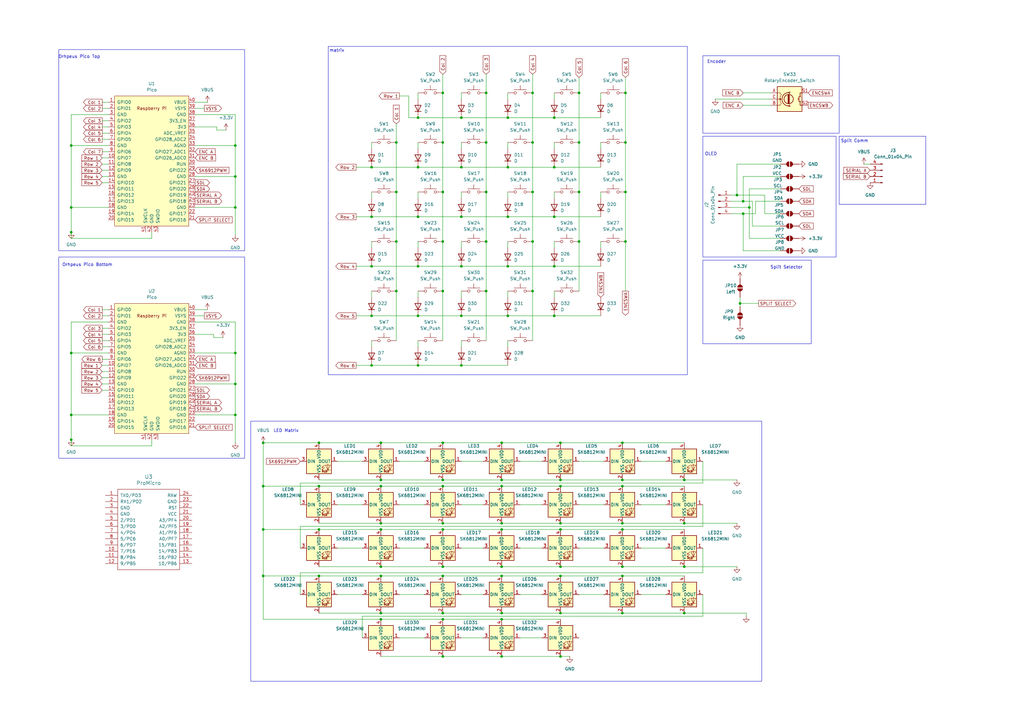
<source format=kicad_sch>
(kicad_sch (version 20231120) (generator "eeschema") (generator_version "8.0")
  (paper "A3")
  (junction (at 171.45 88.9))
  (junction (at 256.54 58.42))
  (junction (at 304.8 87.63))
  (junction (at 96.52 59.69))
  (junction (at 227.33 109.22))
  (junction (at 227.33 88.9))
  (junction (at 303.53 124.46))
  (junction (at 199.39 99.06))
  (junction (at 237.49 38.1))
  (junction (at 208.28 109.22))
  (junction (at 208.28 48.26))
  (junction (at 96.52 72.39))
  (junction (at 237.49 58.42))
  (junction (at 29.21 180.34))
  (junction (at 162.56 58.42))
  (junction (at 130.81 181.61))
  (junction (at 237.49 99.06))
  (junction (at 96.52 157.48))
  (junction (at 156.21 217.17))
  (junction (at 205.74 269.24))
  (junction (at 96.52 85.09))
  (junction (at 229.87 251.46))
  (junction (at 107.95 217.17))
  (junction (at 107.95 181.61))
  (junction (at 280.67 196.85))
  (junction (at 218.44 119.38))
  (junction (at 181.61 99.06))
  (junction (at 156.21 232.41))
  (junction (at 199.39 119.38))
  (junction (at 255.27 251.46))
  (junction (at 205.74 251.46))
  (junction (at 181.61 181.61))
  (junction (at 205.74 181.61))
  (junction (at 181.61 251.46))
  (junction (at 29.21 59.69))
  (junction (at 156.21 251.46))
  (junction (at 156.21 199.39))
  (junction (at 181.61 119.38))
  (junction (at 227.33 129.54))
  (junction (at 280.67 232.41))
  (junction (at 107.95 236.22))
  (junction (at 181.61 78.74))
  (junction (at 229.87 181.61))
  (junction (at 255.27 196.85))
  (junction (at 205.74 254))
  (junction (at 227.33 48.26))
  (junction (at 218.44 99.06))
  (junction (at 255.27 236.22))
  (junction (at 156.21 254))
  (junction (at 199.39 58.42))
  (junction (at 96.52 170.18))
  (junction (at 237.49 78.74))
  (junction (at 152.4 109.22))
  (junction (at 162.56 99.06))
  (junction (at 181.61 236.22))
  (junction (at 199.39 38.1))
  (junction (at 227.33 68.58))
  (junction (at 255.27 199.39))
  (junction (at 181.61 254))
  (junction (at 181.61 58.42))
  (junction (at 96.52 144.78))
  (junction (at 229.87 217.17))
  (junction (at 229.87 199.39))
  (junction (at 255.27 214.63))
  (junction (at 181.61 38.1))
  (junction (at 256.54 99.06))
  (junction (at 171.45 68.58))
  (junction (at 218.44 38.1))
  (junction (at 130.81 199.39))
  (junction (at 208.28 129.54))
  (junction (at 229.87 214.63))
  (junction (at 205.74 217.17))
  (junction (at 205.74 236.22))
  (junction (at 199.39 78.74))
  (junction (at 130.81 236.22))
  (junction (at 189.23 88.9))
  (junction (at 162.56 78.74))
  (junction (at 107.95 199.39))
  (junction (at 218.44 58.42))
  (junction (at 208.28 88.9))
  (junction (at 302.26 80.01))
  (junction (at 256.54 78.74))
  (junction (at 189.23 68.58))
  (junction (at 29.21 170.18))
  (junction (at 229.87 196.85))
  (junction (at 189.23 129.54))
  (junction (at 304.8 82.55))
  (junction (at 181.61 196.85))
  (junction (at 229.87 236.22))
  (junction (at 162.56 119.38))
  (junction (at 130.81 217.17))
  (junction (at 171.45 109.22))
  (junction (at 255.27 181.61))
  (junction (at 208.28 68.58))
  (junction (at 181.61 269.24))
  (junction (at 156.21 196.85))
  (junction (at 205.74 232.41))
  (junction (at 229.87 232.41))
  (junction (at 152.4 129.54))
  (junction (at 218.44 78.74))
  (junction (at 156.21 236.22))
  (junction (at 280.67 214.63))
  (junction (at 29.21 144.78))
  (junction (at 205.74 214.63))
  (junction (at 181.61 199.39))
  (junction (at 181.61 214.63))
  (junction (at 181.61 217.17))
  (junction (at 171.45 149.86))
  (junction (at 205.74 196.85))
  (junction (at 152.4 88.9))
  (junction (at 307.34 85.09))
  (junction (at 205.74 199.39))
  (junction (at 29.21 95.25))
  (junction (at 256.54 38.1))
  (junction (at 156.21 214.63))
  (junction (at 280.67 251.46))
  (junction (at 181.61 232.41))
  (junction (at 171.45 129.54))
  (junction (at 229.87 269.24))
  (junction (at 152.4 149.86))
  (junction (at 29.21 85.09))
  (junction (at 171.45 48.26))
  (junction (at 156.21 181.61))
  (junction (at 255.27 232.41))
  (junction (at 189.23 48.26))
  (junction (at 189.23 109.22))
  (junction (at 255.27 217.17))
  (junction (at 189.23 149.86))
  (junction (at 152.4 68.58))
  (wire (pts (xy 218.44 119.38) (xy 218.44 139.7)))
  (wire (pts (xy 123.19 207.01) (xy 123.19 198.12)))
  (wire (pts (xy 205.74 269.24) (xy 229.87 269.24)))
  (wire (pts (xy 41.91 54.61) (xy 44.45 54.61)))
  (wire (pts (xy 156.21 217.17) (xy 130.81 217.17)))
  (wire (pts (xy 199.39 99.06) (xy 199.39 119.38)))
  (wire (pts (xy 87.63 138.43) (xy 91.44 138.43)))
  (wire (pts (xy 44.45 46.99) (xy 29.21 46.99)))
  (wire (pts (xy 107.95 236.22) (xy 107.95 217.17)))
  (wire (pts (xy 199.39 38.1) (xy 199.39 58.42)))
  (wire (pts (xy 171.45 109.22) (xy 189.23 109.22)))
  (wire (pts (xy 156.21 196.85) (xy 181.61 196.85)))
  (wire (pts (xy 41.91 142.24) (xy 44.45 142.24)))
  (wire (pts (xy 262.89 224.79) (xy 273.05 224.79)))
  (wire (pts (xy 107.95 199.39) (xy 107.95 181.61)))
  (wire (pts (xy 41.91 74.93) (xy 44.45 74.93)))
  (wire (pts (xy 163.83 224.79) (xy 173.99 224.79)))
  (wire (pts (xy 146.05 109.22) (xy 152.4 109.22)))
  (wire (pts (xy 80.01 46.99) (xy 96.52 46.99)))
  (wire (pts (xy 208.28 139.7) (xy 208.28 142.24)))
  (wire (pts (xy 181.61 119.38) (xy 181.61 139.7)))
  (wire (pts (xy 181.61 196.85) (xy 205.74 196.85)))
  (wire (pts (xy 62.23 97.79) (xy 62.23 95.25)))
  (wire (pts (xy 304.8 87.63) (xy 309.88 87.63)))
  (wire (pts (xy 181.61 99.06) (xy 181.61 119.38)))
  (wire (pts (xy 320.04 92.71) (xy 308.61 92.71)))
  (wire (pts (xy 181.61 199.39) (xy 205.74 199.39)))
  (wire (pts (xy 80.01 44.45) (xy 83.82 44.45)))
  (wire (pts (xy 262.89 189.23) (xy 273.05 189.23)))
  (wire (pts (xy 320.04 97.79) (xy 307.34 97.79)))
  (wire (pts (xy 41.91 147.32) (xy 44.45 147.32)))
  (wire (pts (xy 156.21 254) (xy 181.61 254)))
  (wire (pts (xy 205.74 232.41) (xy 229.87 232.41)))
  (wire (pts (xy 237.49 224.79) (xy 247.65 224.79)))
  (wire (pts (xy 189.23 243.84) (xy 198.12 243.84)))
  (wire (pts (xy 80.01 85.09) (xy 96.52 85.09)))
  (wire (pts (xy 304.8 102.87) (xy 304.8 87.63)))
  (wire (pts (xy 229.87 196.85) (xy 255.27 196.85)))
  (wire (pts (xy 163.83 189.23) (xy 173.99 189.23)))
  (wire (pts (xy 130.81 217.17) (xy 107.95 217.17)))
  (wire (pts (xy 171.45 38.1) (xy 171.45 40.64)))
  (wire (pts (xy 237.49 38.1) (xy 237.49 58.42)))
  (wire (pts (xy 41.91 127) (xy 44.45 127)))
  (wire (pts (xy 171.45 99.06) (xy 171.45 101.6)))
  (wire (pts (xy 130.81 196.85) (xy 156.21 196.85)))
  (wire (pts (xy 205.74 196.85) (xy 229.87 196.85)))
  (wire (pts (xy 189.23 68.58) (xy 208.28 68.58)))
  (wire (pts (xy 29.21 85.09) (xy 44.45 85.09)))
  (wire (pts (xy 304.8 72.39) (xy 320.04 72.39)))
  (wire (pts (xy 41.91 157.48) (xy 44.45 157.48)))
  (wire (pts (xy 181.61 30.48) (xy 181.61 38.1)))
  (wire (pts (xy 288.29 207.01) (xy 288.29 215.9)))
  (wire (pts (xy 309.88 82.55) (xy 320.04 82.55)))
  (wire (pts (xy 41.91 134.62) (xy 44.45 134.62)))
  (wire (pts (xy 189.23 38.1) (xy 189.23 40.64)))
  (wire (pts (xy 280.67 214.63) (xy 302.26 214.63)))
  (wire (pts (xy 227.33 109.22) (xy 246.38 109.22)))
  (wire (pts (xy 237.49 207.01) (xy 247.65 207.01)))
  (wire (pts (xy 237.49 189.23) (xy 247.65 189.23)))
  (wire (pts (xy 80.01 137.16) (xy 87.63 137.16)))
  (wire (pts (xy 255.27 217.17) (xy 229.87 217.17)))
  (wire (pts (xy 304.8 82.55) (xy 304.8 72.39)))
  (wire (pts (xy 80.01 72.39) (xy 96.52 72.39)))
  (wire (pts (xy 167.64 39.37) (xy 167.64 48.26)))
  (wire (pts (xy 299.72 80.01) (xy 302.26 80.01)))
  (wire (pts (xy 80.01 144.78) (xy 96.52 144.78)))
  (wire (pts (xy 138.43 207.01) (xy 148.59 207.01)))
  (wire (pts (xy 299.72 82.55) (xy 304.8 82.55)))
  (wire (pts (xy 213.36 189.23) (xy 222.25 189.23)))
  (wire (pts (xy 181.61 181.61) (xy 205.74 181.61)))
  (wire (pts (xy 306.07 251.46) (xy 306.07 252.73)))
  (wire (pts (xy 189.23 139.7) (xy 189.23 142.24)))
  (wire (pts (xy 181.61 236.22) (xy 205.74 236.22)))
  (wire (pts (xy 41.91 149.86) (xy 44.45 149.86)))
  (wire (pts (xy 308.61 92.71) (xy 308.61 82.55)))
  (wire (pts (xy 156.21 181.61) (xy 181.61 181.61)))
  (wire (pts (xy 320.04 102.87) (xy 304.8 102.87)))
  (wire (pts (xy 80.01 127) (xy 85.09 127)))
  (wire (pts (xy 205.74 181.61) (xy 229.87 181.61)))
  (wire (pts (xy 255.27 251.46) (xy 280.67 251.46)))
  (wire (pts (xy 208.28 119.38) (xy 208.28 121.92)))
  (wire (pts (xy 29.21 59.69) (xy 29.21 85.09)))
  (wire (pts (xy 255.27 232.41) (xy 280.67 232.41)))
  (wire (pts (xy 256.54 38.1) (xy 256.54 58.42)))
  (wire (pts (xy 123.19 224.79) (xy 123.19 215.9)))
  (wire (pts (xy 156.21 214.63) (xy 181.61 214.63)))
  (wire (pts (xy 293.37 40.64) (xy 316.23 40.64)))
  (wire (pts (xy 41.91 72.39) (xy 44.45 72.39)))
  (wire (pts (xy 163.83 261.62) (xy 173.99 261.62)))
  (wire (pts (xy 189.23 58.42) (xy 189.23 60.96)))
  (wire (pts (xy 123.19 243.84) (xy 123.19 234.95)))
  (wire (pts (xy 303.53 124.46) (xy 311.15 124.46)))
  (wire (pts (xy 213.36 243.84) (xy 222.25 243.84)))
  (wire (pts (xy 218.44 30.48) (xy 218.44 38.1)))
  (wire (pts (xy 280.67 217.17) (xy 255.27 217.17)))
  (wire (pts (xy 229.87 236.22) (xy 255.27 236.22)))
  (wire (pts (xy 96.52 144.78) (xy 96.52 157.48)))
  (wire (pts (xy 29.21 46.99) (xy 29.21 59.69)))
  (wire (pts (xy 229.87 217.17) (xy 205.74 217.17)))
  (wire (pts (xy 156.21 269.24) (xy 181.61 269.24)))
  (wire (pts (xy 123.19 198.12) (xy 288.29 198.12)))
  (wire (pts (xy 181.61 251.46) (xy 205.74 251.46)))
  (wire (pts (xy 299.72 87.63) (xy 304.8 87.63)))
  (wire (pts (xy 29.21 182.88) (xy 62.23 182.88)))
  (wire (pts (xy 152.4 139.7) (xy 152.4 142.24)))
  (wire (pts (xy 96.52 157.48) (xy 96.52 170.18)))
  (wire (pts (xy 162.56 78.74) (xy 162.56 99.06)))
  (wire (pts (xy 189.23 78.74) (xy 189.23 81.28)))
  (wire (pts (xy 62.23 182.88) (xy 62.23 180.34)))
  (wire (pts (xy 152.4 129.54) (xy 171.45 129.54)))
  (wire (pts (xy 181.61 232.41) (xy 205.74 232.41)))
  (wire (pts (xy 41.91 154.94) (xy 44.45 154.94)))
  (wire (pts (xy 29.21 182.88) (xy 29.21 180.34)))
  (wire (pts (xy 107.95 236.22) (xy 130.81 236.22)))
  (wire (pts (xy 213.36 261.62) (xy 222.25 261.62)))
  (wire (pts (xy 96.52 72.39) (xy 96.52 85.09)))
  (wire (pts (xy 205.74 199.39) (xy 229.87 199.39)))
  (wire (pts (xy 205.74 236.22) (xy 229.87 236.22)))
  (wire (pts (xy 299.72 85.09) (xy 307.34 85.09)))
  (wire (pts (xy 308.61 82.55) (xy 304.8 82.55)))
  (wire (pts (xy 227.33 88.9) (xy 246.38 88.9)))
  (wire (pts (xy 123.19 234.95) (xy 288.29 234.95)))
  (wire (pts (xy 130.81 251.46) (xy 156.21 251.46)))
  (wire (pts (xy 80.01 52.07) (xy 88.9 52.07)))
  (wire (pts (xy 229.87 214.63) (xy 255.27 214.63)))
  (wire (pts (xy 256.54 78.74) (xy 256.54 99.06)))
  (wire (pts (xy 130.81 232.41) (xy 156.21 232.41)))
  (wire (pts (xy 163.83 243.84) (xy 173.99 243.84)))
  (wire (pts (xy 229.87 199.39) (xy 255.27 199.39)))
  (wire (pts (xy 255.27 214.63) (xy 280.67 214.63)))
  (wire (pts (xy 41.91 139.7) (xy 44.45 139.7)))
  (wire (pts (xy 320.04 87.63) (xy 313.69 87.63)))
  (wire (pts (xy 213.36 224.79) (xy 222.25 224.79)))
  (wire (pts (xy 41.91 69.85) (xy 44.45 69.85)))
  (wire (pts (xy 227.33 119.38) (xy 227.33 121.92)))
  (wire (pts (xy 80.01 129.54) (xy 83.82 129.54)))
  (wire (pts (xy 227.33 78.74) (xy 227.33 81.28)))
  (wire (pts (xy 246.38 78.74) (xy 246.38 81.28)))
  (wire (pts (xy 280.67 232.41) (xy 302.26 232.41)))
  (wire (pts (xy 171.45 78.74) (xy 171.45 81.28)))
  (wire (pts (xy 29.21 95.25) (xy 29.21 85.09)))
  (wire (pts (xy 229.87 269.24) (xy 233.68 269.24)))
  (wire (pts (xy 181.61 38.1) (xy 181.61 58.42)))
  (wire (pts (xy 288.29 198.12) (xy 288.29 189.23)))
  (wire (pts (xy 167.64 48.26) (xy 171.45 48.26)))
  (wire (pts (xy 96.52 85.09) (xy 96.52 96.52)))
  (wire (pts (xy 189.23 261.62) (xy 198.12 261.62)))
  (wire (pts (xy 181.61 58.42) (xy 181.61 78.74)))
  (wire (pts (xy 227.33 48.26) (xy 246.38 48.26)))
  (wire (pts (xy 181.61 254) (xy 205.74 254)))
  (wire (pts (xy 123.19 215.9) (xy 288.29 215.9)))
  (wire (pts (xy 29.21 170.18) (xy 44.45 170.18)))
  (wire (pts (xy 80.01 132.08) (xy 96.52 132.08)))
  (wire (pts (xy 171.45 58.42) (xy 171.45 60.96)))
  (wire (pts (xy 354.33 67.31) (xy 356.87 67.31)))
  (wire (pts (xy 130.81 181.61) (xy 156.21 181.61)))
  (wire (pts (xy 163.83 39.37) (xy 167.64 39.37)))
  (wire (pts (xy 213.36 207.01) (xy 222.25 207.01)))
  (wire (pts (xy 41.91 129.54) (xy 44.45 129.54)))
  (wire (pts (xy 208.28 99.06) (xy 208.28 101.6)))
  (wire (pts (xy 313.69 80.01) (xy 302.26 80.01)))
  (wire (pts (xy 148.59 252.73) (xy 288.29 252.73)))
  (wire (pts (xy 29.21 144.78) (xy 29.21 170.18)))
  (wire (pts (xy 255.27 196.85) (xy 280.67 196.85)))
  (wire (pts (xy 107.95 254) (xy 156.21 254)))
  (wire (pts (xy 218.44 78.74) (xy 218.44 99.06)))
  (wire (pts (xy 41.91 49.53) (xy 44.45 49.53)))
  (wire (pts (xy 156.21 251.46) (xy 181.61 251.46)))
  (wire (pts (xy 227.33 68.58) (xy 246.38 68.58)))
  (wire (pts (xy 138.43 224.79) (xy 148.59 224.79)))
  (wire (pts (xy 41.91 41.91) (xy 44.45 41.91)))
  (wire (pts (xy 280.67 251.46) (xy 306.07 251.46)))
  (wire (pts (xy 29.21 97.79) (xy 29.21 95.25)))
  (wire (pts (xy 189.23 119.38) (xy 189.23 121.92)))
  (wire (pts (xy 80.01 41.91) (xy 85.09 41.91)))
  (wire (pts (xy 162.56 58.42) (xy 162.56 78.74)))
  (wire (pts (xy 189.23 48.26) (xy 208.28 48.26)))
  (wire (pts (xy 189.23 207.01) (xy 198.12 207.01)))
  (wire (pts (xy 152.4 99.06) (xy 152.4 101.6)))
  (wire (pts (xy 189.23 224.79) (xy 198.12 224.79)))
  (wire (pts (xy 152.4 78.74) (xy 152.4 81.28)))
  (wire (pts (xy 313.69 87.63) (xy 313.69 80.01)))
  (wire (pts (xy 171.45 88.9) (xy 189.23 88.9)))
  (wire (pts (xy 130.81 199.39) (xy 156.21 199.39)))
  (wire (pts (xy 189.23 109.22) (xy 208.28 109.22)))
  (wire (pts (xy 29.21 132.08) (xy 29.21 144.78)))
  (wire (pts (xy 199.39 78.74) (xy 199.39 99.06)))
  (wire (pts (xy 44.45 59.69) (xy 29.21 59.69)))
  (wire (pts (xy 41.91 137.16) (xy 44.45 137.16)))
  (wire (pts (xy 255.27 199.39) (xy 280.67 199.39)))
  (wire (pts (xy 41.91 57.15) (xy 44.45 57.15)))
  (wire (pts (xy 107.95 199.39) (xy 130.81 199.39)))
  (wire (pts (xy 205.74 214.63) (xy 229.87 214.63)))
  (wire (pts (xy 96.52 59.69) (xy 96.52 72.39)))
  (wire (pts (xy 256.54 31.75) (xy 256.54 38.1)))
  (wire (pts (xy 246.38 38.1) (xy 246.38 40.64)))
  (wire (pts (xy 152.4 109.22) (xy 171.45 109.22)))
  (wire (pts (xy 152.4 58.42) (xy 152.4 60.96)))
  (wire (pts (xy 152.4 149.86) (xy 171.45 149.86)))
  (wire (pts (xy 218.44 58.42) (xy 218.44 78.74)))
  (wire (pts (xy 227.33 38.1) (xy 227.33 40.64)))
  (wire (pts (xy 189.23 129.54) (xy 208.28 129.54)))
  (wire (pts (xy 162.56 119.38) (xy 162.56 139.7)))
  (wire (pts (xy 199.39 58.42) (xy 199.39 78.74)))
  (wire (pts (xy 156.21 199.39) (xy 181.61 199.39)))
  (wire (pts (xy 189.23 189.23) (xy 198.12 189.23)))
  (wire (pts (xy 189.23 149.86) (xy 208.28 149.86)))
  (wire (pts (xy 41.91 62.23) (xy 44.45 62.23)))
  (wire (pts (xy 302.26 80.01) (xy 302.26 67.31)))
  (wire (pts (xy 227.33 129.54) (xy 246.38 129.54)))
  (wire (pts (xy 288.29 234.95) (xy 288.29 224.79)))
  (wire (pts (xy 199.39 119.38) (xy 199.39 139.7)))
  (wire (pts (xy 199.39 30.48) (xy 199.39 38.1)))
  (wire (pts (xy 255.27 181.61) (xy 280.67 181.61)))
  (wire (pts (xy 152.4 119.38) (xy 152.4 121.92)))
  (wire (pts (xy 130.81 236.22) (xy 156.21 236.22)))
  (wire (pts (xy 152.4 88.9) (xy 171.45 88.9)))
  (wire (pts (xy 138.43 189.23) (xy 148.59 189.23)))
  (wire (pts (xy 227.33 99.06) (xy 227.33 101.6)))
  (wire (pts (xy 80.01 170.18) (xy 96.52 170.18)))
  (wire (pts (xy 218.44 38.1) (xy 218.44 58.42)))
  (wire (pts (xy 307.34 77.47) (xy 320.04 77.47)))
  (wire (pts (xy 208.28 58.42) (xy 208.28 60.96)))
  (wire (pts (xy 208.28 129.54) (xy 227.33 129.54)))
  (wire (pts (xy 229.87 181.61) (xy 255.27 181.61)))
  (wire (pts (xy 107.95 254) (xy 107.95 236.22)))
  (wire (pts (xy 205.74 251.46) (xy 229.87 251.46)))
  (wire (pts (xy 208.28 78.74) (xy 208.28 81.28)))
  (wire (pts (xy 171.45 68.58) (xy 189.23 68.58)))
  (wire (pts (xy 171.45 119.38) (xy 171.45 121.92)))
  (wire (pts (xy 237.49 99.06) (xy 237.49 119.38)))
  (wire (pts (xy 96.52 132.08) (xy 96.52 144.78)))
  (wire (pts (xy 44.45 132.08) (xy 29.21 132.08)))
  (wire (pts (xy 41.91 64.77) (xy 44.45 64.77)))
  (wire (pts (xy 262.89 207.01) (xy 273.05 207.01)))
  (wire (pts (xy 307.34 97.79) (xy 307.34 85.09)))
  (wire (pts (xy 146.05 88.9) (xy 152.4 88.9)))
  (wire (pts (xy 162.56 50.8) (xy 162.56 58.42)))
  (wire (pts (xy 205.74 254) (xy 229.87 254)))
  (wire (pts (xy 41.91 44.45) (xy 44.45 44.45)))
  (wire (pts (xy 237.49 78.74) (xy 237.49 99.06)))
  (wire (pts (xy 80.01 157.48) (xy 96.52 157.48)))
  (wire (pts (xy 256.54 99.06) (xy 256.54 119.38)))
  (wire (pts (xy 96.52 170.18) (xy 96.52 181.61)))
  (wire (pts (xy 302.26 67.31) (xy 320.04 67.31)))
  (wire (pts (xy 208.28 109.22) (xy 227.33 109.22)))
  (wire (pts (xy 246.38 58.42) (xy 246.38 60.96)))
  (wire (pts (xy 181.61 78.74) (xy 181.61 99.06)))
  (wire (pts (xy 171.45 139.7) (xy 171.45 142.24)))
  (wire (pts (xy 255.27 236.22) (xy 280.67 236.22)))
  (wire (pts (xy 303.53 121.92) (xy 303.53 124.46)))
  (wire (pts (xy 107.95 217.17) (xy 107.95 199.39)))
  (wire (pts (xy 181.61 269.24) (xy 205.74 269.24)))
  (wire (pts (xy 138.43 243.84) (xy 148.59 243.84)))
  (wire (pts (xy 307.34 85.09) (xy 307.34 77.47)))
  (wire (pts (xy 107.95 181.61) (xy 130.81 181.61)))
  (wire (pts (xy 156.21 236.22) (xy 181.61 236.22)))
  (wire (pts (xy 280.67 196.85) (xy 302.26 196.85)))
  (wire (pts (xy 152.4 68.58) (xy 171.45 68.58)))
  (wire (pts (xy 44.45 144.78) (xy 29.21 144.78)))
  (wire (pts (xy 208.28 88.9) (xy 227.33 88.9)))
  (wire (pts (xy 304.8 38.1) (xy 316.23 38.1)))
  (wire (pts (xy 256.54 58.42) (xy 256.54 78.74)))
  (wire (pts (xy 171.45 149.86) (xy 189.23 149.86)))
  (wire (pts (xy 229.87 232.41) (xy 255.27 232.41)))
  (wire (pts (xy 262.89 243.84) (xy 273.05 243.84)))
  (wire (pts (xy 304.8 43.18) (xy 316.23 43.18)))
  (wire (pts (xy 96.52 46.99) (xy 96.52 59.69)))
  (wire (pts (xy 156.21 232.41) (xy 181.61 232.41)))
  (wire (pts (xy 246.38 99.06) (xy 246.38 101.6)))
  (wire (pts (xy 181.61 217.17) (xy 156.21 217.17)))
  (wire (pts (xy 309.88 87.63) (xy 309.88 82.55)))
  (wire (pts (xy 88.9 53.34) (xy 92.71 53.34)))
  (wire (pts (xy 208.28 48.26) (xy 227.33 48.26)))
  (wire (pts (xy 148.59 261.62) (xy 148.59 252.73)))
  (wire (pts (xy 163.83 207.01) (xy 173.99 207.01)))
  (wire (pts (xy 288.29 252.73) (xy 288.29 243.84)))
  (wire (pts (xy 41.91 160.02) (xy 44.45 160.02)))
  (wire (pts (xy 29.21 180.34) (xy 29.21 170.18)))
  (wire (pts (xy 229.87 251.46) (xy 255.27 251.46)))
  (wire (pts (xy 29.21 97.79) (xy 62.23 97.79)))
  (wire (pts (xy 162.56 99.06) (xy 162.56 119.38)))
  (wire (pts (xy 237.49 31.75) (xy 237.49 38.1)))
  (wire (pts (xy 237.49 243.84) (xy 247.65 243.84)))
  (wire (pts (xy 130.81 214.63) (xy 156.21 214.63)))
  (wire (pts (xy 227.33 58.42) (xy 227.33 60.96)))
  (wire (pts (xy 171.45 48.26) (xy 189.23 48.26)))
  (wire (pts (xy 303.53 124.46) (xy 303.53 125.73)))
  (wire (pts (xy 80.01 59.69) (xy 96.52 59.69)))
  (wire (pts (xy 218.44 99.06) (xy 218.44 119.38)))
  (wire (pts (xy 208.28 68.58) (xy 227.33 68.58)))
  (wire (pts (xy 189.23 88.9) (xy 208.28 88.9)))
  (wire (pts (xy 88.9 52.07) (xy 88.9 53.34)))
  (wire (pts (xy 205.74 217.17) (xy 181.61 217.17)))
  (wire (pts (xy 41.91 52.07) (xy 44.45 52.07)))
  (wire (pts (xy 181.61 214.63) (xy 205.74 214.63)))
  (wire (pts (xy 171.45 129.54) (xy 189.23 129.54)))
  (wire (pts (xy 208.28 38.1) (xy 208.28 40.64)))
  (wire (pts (xy 41.91 152.4) (xy 44.45 152.4)))
  (wire (pts (xy 87.63 137.16) (xy 87.63 138.43)))
  (wire (pts (xy 146.05 129.54) (xy 152.4 129.54)))
  (wire (pts (xy 41.91 67.31) (xy 44.45 67.31)))
  (wire (pts (xy 189.23 99.06) (xy 189.23 101.6)))
  (wire (pts (xy 146.05 68.58) (xy 152.4 68.58)))
  (wire (pts (xy 237.49 58.42) (xy 237.49 78.74)))
  (wire (pts (xy 146.05 149.86) (xy 152.4 149.86)))
  (rectangle (start 288.29 22.86) (end 344.17 54.61))
  (rectangle (start 24.13 20.32) (end 100.33 102.87))
  (rectangle (start 24.13 105.41) (end 100.33 187.96))
  (rectangle (start 344.17 55.88) (end 379.73 83.82))
  (rectangle (start 102.87 172.72) (end 312.42 279.4))
  (rectangle (start 288.29 106.68) (end 332.74 140.97))
  (rectangle (start 288.29 55.88) (end 342.9 105.41))
  (rectangle (start 134.62 19.05) (end 281.94 153.67))
  (text "Encoder" (at 293.878 25.4 0) (effects (font (size 1.27 1.27))))
  (text "Split Selector" (at 322.58 109.728 0) (effects (font (size 1.27 1.27))))
  (text "Split Comm\n" (at 350.52 57.912 0) (effects (font (size 1.27 1.27))))
  (text "matrix" (at 138.176 20.828 0) (effects (font (size 1.27 1.27))))
  (text "Orhpeus Pico Bottom\n" (at 35.814 108.712 0) (effects (font (size 1.27 1.27))))
  (text "LED Matrix" (at 117.348 176.784 0) (effects (font (size 1.27 1.27))))
  (text "Orhpeus Pico Top\n" (at 32.512 23.368 0) (effects (font (size 1.27 1.27))))
  (text "OLED\n" (at 291.592 63.246 0) (effects (font (size 1.27 1.27))))
  (global_label "ENCSWA" (shape output) (at 256.54 119.38 270) (property "Intersheetrefs" "${INTERSHEET_REFS}" (effects (hide yes))))
  (global_label "Col 4" (shape input) (at 218.44 30.48 90) (property "Intersheetrefs" "${INTERSHEET_REFS}" (effects (hide yes))))
  (global_label "SDA" (shape output) (at 80.01 77.47 0) (property "Intersheetrefs" "${INTERSHEET_REFS}" (effects (hide yes))))
  (global_label "SDA" (shape output) (at 80.01 162.56 0) (property "Intersheetrefs" "${INTERSHEET_REFS}" (effects (hide yes))))
  (global_label "Col 3" (shape output) (at 41.91 49.53 180) (property "Intersheetrefs" "${INTERSHEET_REFS}" (effects (hide yes))))
  (global_label "Row 6" (shape output) (at 41.91 147.32 180) (property "Intersheetrefs" "${INTERSHEET_REFS}" (effects (hide yes))))
  (global_label "SERIAL A" (shape output) (at 80.01 165.1 0) (property "Intersheetrefs" "${INTERSHEET_REFS}" (effects (hide yes))))
  (global_label "SK6912PWM" (shape input) (at 123.19 189.23 180) (property "Intersheetrefs" "${INTERSHEET_REFS}" (effects (hide yes))))
  (global_label "VSYS" (shape output) (at 83.82 44.45 0) (property "Intersheetrefs" "${INTERSHEET_REFS}" (effects (hide yes))))
  (global_label "Col 5" (shape input) (at 237.49 31.75 90) (property "Intersheetrefs" "${INTERSHEET_REFS}" (effects (hide yes))))
  (global_label "Col 1" (shape input) (at 162.56 50.8 90) (property "Intersheetrefs" "${INTERSHEET_REFS}" (effects (hide yes))))
  (global_label "Row 2" (shape input) (at 41.91 152.4 180) (property "Intersheetrefs" "${INTERSHEET_REFS}" (effects (hide yes))))
  (global_label "Row 5" (shape input) (at 41.91 74.93 180) (property "Intersheetrefs" "${INTERSHEET_REFS}" (effects (hide yes))))
  (global_label "Row 2" (shape output) (at 146.05 68.58 180) (property "Intersheetrefs" "${INTERSHEET_REFS}" (effects (hide yes))))
  (global_label "SPLIT SELECT" (shape output) (at 311.15 124.46 0) (property "Intersheetrefs" "${INTERSHEET_REFS}" (effects (hide yes))))
  (global_label "SDL" (shape input) (at 327.66 92.71 0) (property "Intersheetrefs" "${INTERSHEET_REFS}" (effects (hide yes))))
  (global_label "ENC B" (shape input) (at 80.01 149.86 0) (property "Intersheetrefs" "${INTERSHEET_REFS}" (effects (hide yes))))
  (global_label "ENCSWA" (shape input) (at 331.47 38.1 0) (property "Intersheetrefs" "${INTERSHEET_REFS}" (effects (hide yes))))
  (global_label "Row 5" (shape input) (at 41.91 160.02 180) (property "Intersheetrefs" "${INTERSHEET_REFS}" (effects (hide yes))))
  (global_label "SERIAL B" (shape input) (at 356.87 72.39 180) (property "Intersheetrefs" "${INTERSHEET_REFS}" (effects (hide yes))))
  (global_label "Row 1" (shape output) (at 163.83 39.37 180) (property "Intersheetrefs" "${INTERSHEET_REFS}" (effects (hide yes))))
  (global_label "SDA" (shape input) (at 327.66 87.63 0) (property "Intersheetrefs" "${INTERSHEET_REFS}" (effects (hide yes))))
  (global_label "ENCSWB" (shape input) (at 246.38 121.92 90) (property "Intersheetrefs" "${INTERSHEET_REFS}" (effects (hide yes))))
  (global_label "SDL" (shape output) (at 80.01 74.93 0) (property "Intersheetrefs" "${INTERSHEET_REFS}" (effects (hide yes))))
  (global_label "SERIAL B" (shape output) (at 80.01 167.64 0) (property "Intersheetrefs" "${INTERSHEET_REFS}" (effects (hide yes))))
  (global_label "SK6912PWM" (shape input) (at 80.01 154.94 0) (property "Intersheetrefs" "${INTERSHEET_REFS}" (effects (hide yes))))
  (global_label "Col 2" (shape input) (at 181.61 30.48 90) (property "Intersheetrefs" "${INTERSHEET_REFS}" (effects (hide yes))))
  (global_label "Col 4" (shape output) (at 41.91 52.07 180) (property "Intersheetrefs" "${INTERSHEET_REFS}" (effects (hide yes))))
  (global_label "SERIAL A" (shape output) (at 80.01 80.01 0) (property "Intersheetrefs" "${INTERSHEET_REFS}" (effects (hide yes))))
  (global_label "Col 6" (shape output) (at 41.91 142.24 180) (property "Intersheetrefs" "${INTERSHEET_REFS}" (effects (hide yes))))
  (global_label "Row 4" (shape output) (at 146.05 109.22 180) (property "Intersheetrefs" "${INTERSHEET_REFS}" (effects (hide yes))))
  (global_label "SK6912PWM" (shape input) (at 80.01 69.85 0) (property "Intersheetrefs" "${INTERSHEET_REFS}" (effects (hide yes))))
  (global_label "ENC A" (shape input) (at 304.8 43.18 180) (property "Intersheetrefs" "${INTERSHEET_REFS}" (effects (hide yes))))
  (global_label "SDL" (shape input) (at 327.66 77.47 0) (property "Intersheetrefs" "${INTERSHEET_REFS}" (effects (hide yes))))
  (global_label "Col 1" (shape output) (at 41.91 127 180) (property "Intersheetrefs" "${INTERSHEET_REFS}" (effects (hide yes))))
  (global_label "Row 3" (shape input) (at 41.91 69.85 180) (property "Intersheetrefs" "${INTERSHEET_REFS}" (effects (hide yes))))
  (global_label "Col 3" (shape input) (at 199.39 30.48 90) (property "Intersheetrefs" "${INTERSHEET_REFS}" (effects (hide yes))))
  (global_label "Row 5" (shape output) (at 146.05 129.54 180) (property "Intersheetrefs" "${INTERSHEET_REFS}" (effects (hide yes))))
  (global_label "Col 6" (shape input) (at 256.54 31.75 90) (property "Intersheetrefs" "${INTERSHEET_REFS}" (effects (hide yes))))
  (global_label "Col 2" (shape output) (at 41.91 129.54 180) (property "Intersheetrefs" "${INTERSHEET_REFS}" (effects (hide yes))))
  (global_label "SDA" (shape input) (at 327.66 82.55 0) (property "Intersheetrefs" "${INTERSHEET_REFS}" (effects (hide yes))))
  (global_label "Col 3" (shape output) (at 41.91 134.62 180) (property "Intersheetrefs" "${INTERSHEET_REFS}" (effects (hide yes))))
  (global_label "SERIAL A" (shape input) (at 356.87 69.85 180) (property "Intersheetrefs" "${INTERSHEET_REFS}" (effects (hide yes))))
  (global_label "Col 5" (shape output) (at 41.91 54.61 180) (property "Intersheetrefs" "${INTERSHEET_REFS}" (effects (hide yes))))
  (global_label "Row 6" (shape output) (at 146.05 149.86 180) (property "Intersheetrefs" "${INTERSHEET_REFS}" (effects (hide yes))))
  (global_label "Col 4" (shape output) (at 41.91 137.16 180) (property "Intersheetrefs" "${INTERSHEET_REFS}" (effects (hide yes))))
  (global_label "Row 4" (shape input) (at 41.91 72.39 180) (property "Intersheetrefs" "${INTERSHEET_REFS}" (effects (hide yes))))
  (global_label "Col 2" (shape output) (at 41.91 44.45 180) (property "Intersheetrefs" "${INTERSHEET_REFS}" (effects (hide yes))))
  (global_label "Row 3" (shape output) (at 146.05 88.9 180) (property "Intersheetrefs" "${INTERSHEET_REFS}" (effects (hide yes))))
  (global_label "SDL" (shape output) (at 80.01 160.02 0) (property "Intersheetrefs" "${INTERSHEET_REFS}" (effects (hide yes))))
  (global_label "Row 4" (shape input) (at 41.91 157.48 180) (property "Intersheetrefs" "${INTERSHEET_REFS}" (effects (hide yes))))
  (global_label "Col 5" (shape output) (at 41.91 139.7 180) (property "Intersheetrefs" "${INTERSHEET_REFS}" (effects (hide yes))))
  (global_label "Col 7" (shape output) (at 41.91 62.23 180) (property "Intersheetrefs" "${INTERSHEET_REFS}" (effects (hide yes))))
  (global_label "Col 6" (shape output) (at 41.91 57.15 180) (property "Intersheetrefs" "${INTERSHEET_REFS}" (effects (hide yes))))
  (global_label "Row 1" (shape input) (at 41.91 64.77 180) (property "Intersheetrefs" "${INTERSHEET_REFS}" (effects (hide yes))))
  (global_label "ENC A" (shape input) (at 80.01 62.23 0) (property "Intersheetrefs" "${INTERSHEET_REFS}" (effects (hide yes))))
  (global_label "SPLIT SELECT" (shape input) (at 80.01 90.17 0) (property "Intersheetrefs" "${INTERSHEET_REFS}" (effects (hide yes))))
  (global_label "ENC B" (shape input) (at 80.01 64.77 0) (property "Intersheetrefs" "${INTERSHEET_REFS}" (effects (hide yes))))
  (global_label "SERIAL B" (shape output) (at 80.01 82.55 0) (property "Intersheetrefs" "${INTERSHEET_REFS}" (effects (hide yes))))
  (global_label "ENC A" (shape input) (at 80.01 147.32 0) (property "Intersheetrefs" "${INTERSHEET_REFS}" (effects (hide yes))))
  (global_label "ENC B" (shape input) (at 304.8 38.1 180) (property "Intersheetrefs" "${INTERSHEET_REFS}" (effects (hide yes))))
  (global_label "Col 1" (shape output) (at 41.91 41.91 180) (property "Intersheetrefs" "${INTERSHEET_REFS}" (effects (hide yes))))
  (global_label "Row 3" (shape input) (at 41.91 154.94 180) (property "Intersheetrefs" "${INTERSHEET_REFS}" (effects (hide yes))))
  (global_label "VSYS" (shape output) (at 83.82 129.54 0) (property "Intersheetrefs" "${INTERSHEET_REFS}" (effects (hide yes))))
  (global_label "ENCSWB" (shape output) (at 331.47 43.18 0) (property "Intersheetrefs" "${INTERSHEET_REFS}" (effects (hide yes))))
  (global_label "Row 2" (shape input) (at 41.91 67.31 180) (property "Intersheetrefs" "${INTERSHEET_REFS}" (effects (hide yes))))
  (global_label "Row 1" (shape input) (at 41.91 149.86 180) (property "Intersheetrefs" "${INTERSHEET_REFS}" (effects (hide yes))))
  (global_label "SPLIT SELECT" (shape input) (at 80.01 175.26 0) (property "Intersheetrefs" "${INTERSHEET_REFS}" (effects (hide yes))))
  (symbol (lib_id "LED:SK6812MINI") (at 156.21 189.23 0) (unit 1)
    (property "Reference" "LED2" (at 168.91 182.9114 0))
    (property "Value" "SK6812MINI" (at 168.91 185.4514 0))
    (property "Footprint" "reversible-kicad-footprints:MX-1U-SK6812Mini-E" (effects (hide yes)))
    (property "Datasheet" "https://cdn-shop.adafruit.com/product-files/2686/SK6812MINI_REV.01-1-2.pdf" (effects (hide yes)))
    (property "Description" "RGB LED with integrated controller" (effects (hide yes)))
  )
  (symbol (lib_id "Switch:SW_Push") (at 213.36 99.06 0) (unit 1)
    (property "Reference" "SW25" (at 213.36 91.44 0))
    (property "Value" "SW_Push" (at 213.36 93.98 0))
    (property "Footprint" "reversible-kicad-footprints:MX-1U-Hotswap" (effects (hide yes)))
    (property "Description" "Push button switch, generic, two pins" (effects (hide yes)))
  )
  (symbol (lib_id "Device:RotaryEncoder_Switch") (at 323.85 40.64 0) (unit 1)
    (property "Reference" "SW33" (at 323.85 30.48 0))
    (property "Value" "RotaryEncoder_Switch" (at 323.85 33.02 0))
    (property "Footprint" "Keebio-Parts:RotaryEncoder_EC11" (effects (hide yes)))
    (property "Description" "Rotary encoder, dual channel, incremental quadrate outputs, with switch" (effects (hide yes)))
  )
  (symbol (lib_id "LED:SK6812MINI") (at 255.27 224.79 0) (unit 1)
    (property "Reference" "LED20" (at 267.97 218.4714 0))
    (property "Value" "SK6812MINI" (at 267.97 221.0114 0))
    (property "Footprint" "reversible-kicad-footprints:MX-1U-SK6812Mini-E" (effects (hide yes)))
    (property "Datasheet" "https://cdn-shop.adafruit.com/product-files/2686/SK6812MINI_REV.01-1-2.pdf" (effects (hide yes)))
    (property "Description" "RGB LED with integrated controller" (effects (hide yes)))
  )
  (symbol (lib_id "power:+3.3V") (at 327.66 97.79 270) (unit 1)
    (property "Reference" "#PWR013" (effects (hide yes)))
    (property "Value" "+3.3V" (at 331.47 97.7899 90) (effects (justify left)))
    (property "Description" "Power symbol creates a global label with name \"+3.3V\"" (effects (hide yes)))
  )
  (symbol (lib_id "Switch:SW_Push") (at 232.41 58.42 0) (unit 1)
    (property "Reference" "SW12" (at 232.41 50.8 0))
    (property "Value" "SW_Push" (at 232.41 53.34 0))
    (property "Footprint" "reversible-kicad-footprints:MX-1U-Hotswap" (effects (hide yes)))
    (property "Description" "Push button switch, generic, two pins" (effects (hide yes)))
  )
  (symbol (lib_id "Switch:SW_Push") (at 232.41 119.38 0) (unit 1)
    (property "Reference" "SW32" (at 232.41 111.76 0))
    (property "Value" "SW_Push" (at 232.41 114.3 0))
    (property "Footprint" "reversible-kicad-footprints:MX-1U-Hotswap" (effects (hide yes)))
    (property "Description" "Push button switch, generic, two pins" (effects (hide yes)))
  )
  (symbol (lib_id "Device:D") (at 189.23 146.05 90) (unit 1)
    (property "Reference" "D21" (at 191.77 144.7799 90) (effects (justify right)))
    (property "Value" "D" (at 191.77 147.3199 90) (effects (justify right)))
    (property "Footprint" "Keebio-Parts:Diode-Hybrid-Dual" (effects (hide yes)))
    (property "Description" "Diode" (effects (hide yes)))
    (property "Sim.Device" "D" (effects (hide yes)))
    (property "Sim.Pins" "1=K 2=A" (effects (hide yes)))
  )
  (symbol (lib_id "LED:SK6812MINI") (at 130.81 189.23 0) (unit 1)
    (property "Reference" "LED1" (at 143.51 182.9114 0))
    (property "Value" "SK6812MINI" (at 143.51 185.4514 0))
    (property "Footprint" "reversible-kicad-footprints:MX-1U-SK6812Mini-E" (effects (hide yes)))
    (property "Datasheet" "https://cdn-shop.adafruit.com/product-files/2686/SK6812MINI_REV.01-1-2.pdf" (effects (hide yes)))
    (property "Description" "RGB LED with integrated controller" (effects (hide yes)))
  )
  (symbol (lib_id "LED:SK6812MINI") (at 229.87 261.62 0) (unit 1)
    (property "Reference" "LED32" (at 217.17 255.3014 0))
    (property "Value" "SK6812MINI" (at 217.17 257.8414 0))
    (property "Footprint" "reversible-kicad-footprints:MX-1U-SK6812Mini-E" (effects (hide yes)))
    (property "Datasheet" "https://cdn-shop.adafruit.com/product-files/2686/SK6812MINI_REV.01-1-2.pdf" (effects (hide yes)))
    (property "Description" "RGB LED with integrated controller" (effects (hide yes)))
  )
  (symbol (lib_id "keebio:ProMicro") (at 60.96 217.17 0) (unit 1)
    (property "Reference" "U3" (at 60.96 195.58 0) (effects (font (size 1.524 1.524))))
    (property "Value" "ProMicro" (at 60.96 198.12 0) (effects (font (size 1.524 1.524))))
  )
  (symbol (lib_id "LED:SK6812MINI") (at 181.61 224.79 0) (unit 1)
    (property "Reference" "LED17" (at 194.31 218.4714 0))
    (property "Value" "SK6812MINI" (at 194.31 221.0114 0))
    (property "Footprint" "reversible-kicad-footprints:MX-1U-SK6812Mini-E" (effects (hide yes)))
    (property "Datasheet" "https://cdn-shop.adafruit.com/product-files/2686/SK6812MINI_REV.01-1-2.pdf" (effects (hide yes)))
    (property "Description" "RGB LED with integrated controller" (effects (hide yes)))
  )
  (symbol (lib_id "Device:D") (at 227.33 85.09 90) (unit 1)
    (property "Reference" "D19" (at 229.87 83.8199 90) (effects (justify right)))
    (property "Value" "D" (at 229.87 86.3599 90) (effects (justify right)))
    (property "Footprint" "Keebio-Parts:Diode-Hybrid-Dual" (effects (hide yes)))
    (property "Description" "Diode" (effects (hide yes)))
    (property "Sim.Device" "D" (effects (hide yes)))
    (property "Sim.Pins" "1=K 2=A" (effects (hide yes)))
  )
  (symbol (lib_id "Switch:SW_Push") (at 157.48 78.74 0) (unit 1)
    (property "Reference" "SW8" (at 157.48 71.12 0))
    (property "Value" "SW_Push" (at 157.48 73.66 0))
    (property "Footprint" "reversible-kicad-footprints:MX-1U-Hotswap" (effects (hide yes)))
    (property "Description" "Push button switch, generic, two pins" (effects (hide yes)))
  )
  (symbol (lib_id "Switch:SW_Push") (at 251.46 58.42 0) (unit 1)
    (property "Reference" "SW13" (at 251.46 50.8 0))
    (property "Value" "SW_Push" (at 251.46 53.34 0))
    (property "Footprint" "reversible-kicad-footprints:MX-1U-Hotswap" (effects (hide yes)))
    (property "Description" "Push button switch, generic, two pins" (effects (hide yes)))
  )
  (symbol (lib_id "LED:SK6812MINI") (at 181.61 243.84 0) (unit 1)
    (property "Reference" "LED24" (at 168.91 237.5214 0))
    (property "Value" "SK6812MINI" (at 168.91 240.0614 0))
    (property "Footprint" "reversible-kicad-footprints:MX-1U-SK6812Mini-E" (effects (hide yes)))
    (property "Datasheet" "https://cdn-shop.adafruit.com/product-files/2686/SK6812MINI_REV.01-1-2.pdf" (effects (hide yes)))
    (property "Description" "RGB LED with integrated controller" (effects (hide yes)))
  )
  (symbol (lib_id "LED:SK6812MINI") (at 280.67 243.84 0) (unit 1)
    (property "Reference" "LED28" (at 267.97 237.5214 0))
    (property "Value" "SK6812MINI" (at 267.97 240.0614 0))
    (property "Footprint" "reversible-kicad-footprints:MX-1U-SK6812Mini-E" (effects (hide yes)))
    (property "Datasheet" "https://cdn-shop.adafruit.com/product-files/2686/SK6812MINI_REV.01-1-2.pdf" (effects (hide yes)))
    (property "Description" "RGB LED with integrated controller" (effects (hide yes)))
  )
  (symbol (lib_id "Device:D") (at 152.4 64.77 90) (unit 1)
    (property "Reference" "D1" (at 154.94 63.4999 90) (effects (justify right)))
    (property "Value" "D" (at 154.94 66.0399 90) (effects (justify right)))
    (property "Footprint" "Keebio-Parts:Diode-Hybrid-Dual" (effects (hide yes)))
    (property "Description" "Diode" (effects (hide yes)))
    (property "Sim.Device" "D" (effects (hide yes)))
    (property "Sim.Pins" "1=K 2=A" (effects (hide yes)))
  )
  (symbol (lib_id "LED:SK6812MINI") (at 130.81 224.79 0) (unit 1)
    (property "Reference" "LED15" (at 143.51 218.4714 0))
    (property "Value" "SK6812MINI" (at 143.51 221.0114 0))
    (property "Footprint" "reversible-kicad-footprints:MX-1U-SK6812Mini-E" (effects (hide yes)))
    (property "Datasheet" "https://cdn-shop.adafruit.com/product-files/2686/SK6812MINI_REV.01-1-2.pdf" (effects (hide yes)))
    (property "Description" "RGB LED with integrated controller" (effects (hide yes)))
  )
  (symbol (lib_id "LED:SK6812MINI") (at 130.81 243.84 0) (unit 1)
    (property "Reference" "LED22" (at 118.11 237.5214 0))
    (property "Value" "SK6812MINI" (at 118.11 240.0614 0))
    (property "Footprint" "reversible-kicad-footprints:MX-1U-SK6812Mini-E" (effects (hide yes)))
    (property "Datasheet" "https://cdn-shop.adafruit.com/product-files/2686/SK6812MINI_REV.01-1-2.pdf" (effects (hide yes)))
    (property "Description" "RGB LED with integrated controller" (effects (hide yes)))
  )
  (symbol (lib_id "Device:D") (at 208.28 44.45 90) (unit 1)
    (property "Reference" "D4" (at 210.82 43.1799 90) (effects (justify right)))
    (property "Value" "D" (at 210.82 45.7199 90) (effects (justify right)))
    (property "Footprint" "Keebio-Parts:Diode-Hybrid-Dual" (effects (hide yes)))
    (property "Description" "Diode" (effects (hide yes)))
    (property "Sim.Device" "D" (effects (hide yes)))
    (property "Sim.Pins" "1=K 2=A" (effects (hide yes)))
  )
  (symbol (lib_id "Device:D") (at 246.38 125.73 90) (unit 1)
    (property "Reference" "D33" (at 248.92 124.4599 90) (effects (justify right)))
    (property "Value" "D" (at 248.92 126.9999 90) (effects (justify right)))
    (property "Footprint" "Keebio-Parts:Diode-Hybrid-Dual" (effects (hide yes)))
    (property "Description" "Diode" (effects (hide yes)))
    (property "Sim.Device" "D" (effects (hide yes)))
    (property "Sim.Pins" "1=K 2=A" (effects (hide yes)))
  )
  (symbol (lib_id "Switch:SW_Push") (at 213.36 58.42 0) (unit 1)
    (property "Reference" "SW11" (at 213.36 50.8 0))
    (property "Value" "SW_Push" (at 213.36 53.34 0))
    (property "Footprint" "reversible-kicad-footprints:MX-1U-Hotswap" (effects (hide yes)))
    (property "Description" "Push button switch, generic, two pins" (effects (hide yes)))
  )
  (symbol (lib_id "Switch:SW_Push") (at 213.36 139.7 0) (unit 1)
    (property "Reference" "SW28" (at 213.36 132.08 0))
    (property "Value" "SW_Push" (at 213.36 134.62 0))
    (property "Footprint" "reversible-kicad-footprints:MX-1U-Hotswap" (effects (hide yes)))
    (property "Description" "Push button switch, generic, two pins" (effects (hide yes)))
  )
  (symbol (lib_id "Device:D") (at 227.33 105.41 90) (unit 1)
    (property "Reference" "D26" (at 229.87 104.1399 90) (effects (justify right)))
    (property "Value" "D" (at 229.87 106.6799 90) (effects (justify right)))
    (property "Footprint" "Keebio-Parts:Diode-Hybrid-Dual" (effects (hide yes)))
    (property "Description" "Diode" (effects (hide yes)))
    (property "Sim.Device" "D" (effects (hide yes)))
    (property "Sim.Pins" "1=K 2=A" (effects (hide yes)))
  )
  (symbol (lib_id "Device:D") (at 152.4 125.73 90) (unit 1)
    (property "Reference" "D22" (at 154.94 124.4599 90) (effects (justify right)))
    (property "Value" "D" (at 154.94 126.9999 90) (effects (justify right)))
    (property "Footprint" "Keebio-Parts:Diode-Hybrid-Dual" (effects (hide yes)))
    (property "Description" "Diode" (effects (hide yes)))
    (property "Sim.Device" "D" (effects (hide yes)))
    (property "Sim.Pins" "1=K 2=A" (effects (hide yes)))
  )
  (symbol (lib_id "Device:D") (at 246.38 85.09 90) (unit 1)
    (property "Reference" "D20" (at 248.92 83.8199 90) (effects (justify right)))
    (property "Value" "D" (at 248.92 86.3599 90) (effects (justify right)))
    (property "Footprint" "Keebio-Parts:Diode-Hybrid-Dual" (effects (hide yes)))
    (property "Description" "Diode" (effects (hide yes)))
    (property "Sim.Device" "D" (effects (hide yes)))
    (property "Sim.Pins" "1=K 2=A" (effects (hide yes)))
  )
  (symbol (lib_id "Switch:SW_Push") (at 157.48 99.06 0) (unit 1)
    (property "Reference" "SW15" (at 157.48 91.44 0))
    (property "Value" "SW_Push" (at 157.48 93.98 0))
    (property "Footprint" "reversible-kicad-footprints:MX-1U-Hotswap" (effects (hide yes)))
    (property "Description" "Push button switch, generic, two pins" (effects (hide yes)))
  )
  (symbol (lib_id "Switch:SW_Push") (at 194.31 99.06 0) (unit 1)
    (property "Reference" "SW24" (at 194.31 91.44 0))
    (property "Value" "SW_Push" (at 194.31 93.98 0))
    (property "Footprint" "reversible-kicad-footprints:MX-1U-Hotswap" (effects (hide yes)))
    (property "Description" "Push button switch, generic, two pins" (effects (hide yes)))
  )
  (symbol (lib_id "LED:SK6812MINI") (at 255.27 207.01 0) (unit 1)
    (property "Reference" "LED13" (at 242.57 200.6914 0))
    (property "Value" "SK6812MINI" (at 242.57 203.2314 0))
    (property "Footprint" "reversible-kicad-footprints:MX-1U-SK6812Mini-E" (effects (hide yes)))
    (property "Datasheet" "https://cdn-shop.adafruit.com/product-files/2686/SK6812MINI_REV.01-1-2.pdf" (effects (hide yes)))
    (property "Description" "RGB LED with integrated controller" (effects (hide yes)))
  )
  (symbol (lib_id "Device:D") (at 171.45 64.77 90) (unit 1)
    (property "Reference" "D9" (at 173.99 63.4999 90) (effects (justify right)))
    (property "Value" "D" (at 173.99 66.0399 90) (effects (justify right)))
    (property "Footprint" "Keebio-Parts:Diode-Hybrid-Dual" (effects (hide yes)))
    (property "Description" "Diode" (effects (hide yes)))
    (property "Sim.Device" "D" (effects (hide yes)))
    (property "Sim.Pins" "1=K 2=A" (effects (hide yes)))
  )
  (symbol (lib_id "LED:SK6812MINI") (at 255.27 243.84 0) (unit 1)
    (property "Reference" "LED27" (at 242.57 237.5214 0))
    (property "Value" "SK6812MINI" (at 242.57 240.0614 0))
    (property "Footprint" "reversible-kicad-footprints:MX-1U-SK6812Mini-E" (effects (hide yes)))
    (property "Datasheet" "https://cdn-shop.adafruit.com/product-files/2686/SK6812MINI_REV.01-1-2.pdf" (effects (hide yes)))
    (property "Description" "RGB LED with integrated controller" (effects (hide yes)))
  )
  (symbol (lib_id "Device:D") (at 189.23 125.73 90) (unit 1)
    (property "Reference" "D30" (at 191.77 124.4599 90) (effects (justify right)))
    (property "Value" "D" (at 191.77 126.9999 90) (effects (justify right)))
    (property "Footprint" "Keebio-Parts:Diode-Hybrid-Dual" (effects (hide yes)))
    (property "Description" "Diode" (effects (hide yes)))
    (property "Sim.Device" "D" (effects (hide yes)))
    (property "Sim.Pins" "1=K 2=A" (effects (hide yes)))
  )
  (symbol (lib_id "Device:D") (at 152.4 146.05 90) (unit 1)
    (property "Reference" "D7" (at 154.94 144.7799 90) (effects (justify right)))
    (property "Value" "D" (at 154.94 147.3199 90) (effects (justify right)))
    (property "Footprint" "Keebio-Parts:Diode-Hybrid-Dual" (effects (hide yes)))
    (property "Description" "Diode" (effects (hide yes)))
    (property "Sim.Device" "D" (effects (hide yes)))
    (property "Sim.Pins" "1=K 2=A" (effects (hide yes)))
  )
  (symbol (lib_id "Switch:SW_Push") (at 194.31 119.38 0) (unit 1)
    (property "Reference" "SW30" (at 194.31 111.76 0))
    (property "Value" "SW_Push" (at 194.31 114.3 0))
    (property "Footprint" "reversible-kicad-footprints:MX-1U-Hotswap" (effects (hide yes)))
    (property "Description" "Push button switch, generic, two pins" (effects (hide yes)))
  )
  (symbol (lib_id "Switch:SW_Push") (at 176.53 119.38 0) (unit 1)
    (property "Reference" "SW29" (at 176.53 111.76 0))
    (property "Value" "SW_Push" (at 176.53 114.3 0))
    (property "Footprint" "reversible-kicad-footprints:MX-1U-Hotswap" (effects (hide yes)))
    (property "Description" "Push button switch, generic, two pins" (effects (hide yes)))
  )
  (symbol (lib_id "Device:D") (at 208.28 64.77 90) (unit 1)
    (property "Reference" "D11" (at 210.82 63.4999 90) (effects (justify right)))
    (property "Value" "D" (at 210.82 66.0399 90) (effects (justify right)))
    (property "Footprint" "Keebio-Parts:Diode-Hybrid-Dual" (effects (hide yes)))
    (property "Description" "Diode" (effects (hide yes)))
    (property "Sim.Device" "D" (effects (hide yes)))
    (property "Sim.Pins" "1=K 2=A" (effects (hide yes)))
  )
  (symbol (lib_id "LED:SK6812MINI") (at 205.74 261.62 0) (unit 1)
    (property "Reference" "LED31" (at 193.04 255.3014 0))
    (property "Value" "SK6812MINI" (at 193.04 257.8414 0))
    (property "Footprint" "reversible-kicad-footprints:MX-1U-SK6812Mini-E" (effects (hide yes)))
    (property "Datasheet" "https://cdn-shop.adafruit.com/product-files/2686/SK6812MINI_REV.01-1-2.pdf" (effects (hide yes)))
    (property "Description" "RGB LED with integrated controller" (effects (hide yes)))
  )
  (symbol (lib_id "power:+3.3V") (at 91.44 138.43 0) (unit 1)
    (property "Reference" "#PWR020" (effects (hide yes)))
    (property "Value" "+3.3V" (at 91.44 133.35 0))
    (property "Description" "Power symbol creates a global label with name \"+3.3V\"" (effects (hide yes)))
  )
  (symbol (lib_id "Device:D") (at 189.23 85.09 90) (unit 1)
    (property "Reference" "D17" (at 191.77 83.8199 90) (effects (justify right)))
    (property "Value" "D" (at 191.77 86.3599 90) (effects (justify right)))
    (property "Footprint" "Keebio-Parts:Diode-Hybrid-Dual" (effects (hide yes)))
    (property "Description" "Diode" (effects (hide yes)))
    (property "Sim.Device" "D" (effects (hide yes)))
    (property "Sim.Pins" "1=K 2=A" (effects (hide yes)))
  )
  (symbol (lib_id "Switch:SW_Push") (at 194.31 139.7 0) (unit 1)
    (property "Reference" "SW21" (at 194.31 132.08 0))
    (property "Value" "SW_Push" (at 194.31 134.62 0))
    (property "Footprint" "reversible-kicad-footprints:MX-1U-Hotswap" (effects (hide yes)))
    (property "Description" "Push button switch, generic, two pins" (effects (hide yes)))
  )
  (symbol (lib_id "RPi_Pico:Pico") (at 62.23 66.04 0) (unit 1)
    (property "Reference" "U1" (at 62.23 34.29 0))
    (property "Value" "Pico" (at 62.23 36.83 0))
    (property "Footprint" "Module:RaspberryPi_Pico_SMD_HandSolder" (effects (hide yes)))
  )
  (symbol (lib_id "Switch:SW_Push") (at 176.53 58.42 0) (unit 1)
    (property "Reference" "SW9" (at 176.53 50.8 0))
    (property "Value" "SW_Push" (at 176.53 53.34 0))
    (property "Footprint" "reversible-kicad-footprints:MX-1U-Hotswap" (effects (hide yes)))
    (property "Description" "Push button switch, generic, two pins" (effects (hide yes)))
  )
  (symbol (lib_id "LED:SK6812MINI") (at 205.74 207.01 0) (unit 1)
    (property "Reference" "LED11" (at 193.04 200.6914 0))
    (property "Value" "SK6812MINI" (at 193.04 203.2314 0))
    (property "Footprint" "reversible-kicad-footprints:MX-1U-SK6812Mini-E" (effects (hide yes)))
    (property "Datasheet" "https://cdn-shop.adafruit.com/product-files/2686/SK6812MINI_REV.01-1-2.pdf" (effects (hide yes)))
    (property "Description" "RGB LED with integrated controller" (effects (hide yes)))
  )
  (symbol (lib_id "Device:D") (at 208.28 146.05 90) (unit 1)
    (property "Reference" "D28" (at 210.82 144.7799 90) (effects (justify right)))
    (property "Value" "D" (at 210.82 147.3199 90) (effects (justify right)))
    (property "Footprint" "Keebio-Parts:Diode-Hybrid-Dual" (effects (hide yes)))
    (property "Description" "Diode" (effects (hide yes)))
    (property "Sim.Device" "D" (effects (hide yes)))
    (property "Sim.Pins" "1=K 2=A" (effects (hide yes)))
  )
  (symbol (lib_id "Device:D") (at 189.23 64.77 90) (unit 1)
    (property "Reference" "D10" (at 191.77 63.4999 90) (effects (justify right)))
    (property "Value" "D" (at 191.77 66.0399 90) (effects (justify right)))
    (property "Footprint" "Keebio-Parts:Diode-Hybrid-Dual" (effects (hide yes)))
    (property "Description" "Diode" (effects (hide yes)))
    (property "Sim.Device" "D" (effects (hide yes)))
    (property "Sim.Pins" "1=K 2=A" (effects (hide yes)))
  )
  (symbol (lib_id "power:GND") (at 302.26 214.63 0) (unit 1)
    (property "Reference" "#PWR04" (effects (hide yes)))
    (property "Value" "GND" (at 302.26 219.71 0))
    (property "Description" "Power symbol creates a global label with name \"GND\" , ground" (effects (hide yes)))
  )
  (symbol (lib_id "power:GND") (at 29.21 180.34 0) (unit 1)
    (property "Reference" "#PWR018" (effects (hide yes)))
    (property "Value" "GND" (at 29.21 185.42 0))
    (property "Description" "Power symbol creates a global label with name \"GND\" , ground" (effects (hide yes)))
  )
  (symbol (lib_id "LED:SK6812MINI") (at 229.87 224.79 0) (unit 1)
    (property "Reference" "LED19" (at 242.57 218.4714 0))
    (property "Value" "SK6812MINI" (at 242.57 221.0114 0))
    (property "Footprint" "reversible-kicad-footprints:MX-1U-SK6812Mini-E" (effects (hide yes)))
    (property "Datasheet" "https://cdn-shop.adafruit.com/product-files/2686/SK6812MINI_REV.01-1-2.pdf" (effects (hide yes)))
    (property "Description" "RGB LED with integrated controller" (effects (hide yes)))
  )
  (symbol (lib_id "power:GND") (at 306.07 252.73 0) (unit 1)
    (property "Reference" "#PWR06" (effects (hide yes)))
    (property "Value" "GND" (effects (hide yes)))
    (property "Description" "Power symbol creates a global label with name \"GND\" , ground" (effects (hide yes)))
  )
  (symbol (lib_id "Device:D") (at 208.28 85.09 90) (unit 1)
    (property "Reference" "D18" (at 210.82 83.8199 90) (effects (justify right)))
    (property "Value" "D" (at 210.82 86.3599 90) (effects (justify right)))
    (property "Footprint" "Keebio-Parts:Diode-Hybrid-Dual" (effects (hide yes)))
    (property "Description" "Diode" (effects (hide yes)))
    (property "Sim.Device" "D" (effects (hide yes)))
    (property "Sim.Pins" "1=K 2=A" (effects (hide yes)))
  )
  (symbol (lib_id "Device:D") (at 246.38 64.77 90) (unit 1)
    (property "Reference" "D13" (at 248.92 63.4999 90) (effects (justify right)))
    (property "Value" "D" (at 248.92 66.0399 90) (effects (justify right)))
    (property "Footprint" "Keebio-Parts:Diode-Hybrid-Dual" (effects (hide yes)))
    (property "Description" "Diode" (effects (hide yes)))
    (property "Sim.Device" "D" (effects (hide yes)))
    (property "Sim.Pins" "1=K 2=A" (effects (hide yes)))
  )
  (symbol (lib_id "Switch:SW_Push") (at 232.41 99.06 0) (unit 1)
    (property "Reference" "SW26" (at 232.41 91.44 0))
    (property "Value" "SW_Push" (at 232.41 93.98 0))
    (property "Footprint" "reversible-kicad-footprints:MX-1U-Hotswap" (effects (hide yes)))
    (property "Description" "Push button switch, generic, two pins" (effects (hide yes)))
  )
  (symbol (lib_id "power:GND") (at 293.37 40.64 0) (unit 1)
    (property "Reference" "#PWR08" (effects (hide yes)))
    (property "Value" "GND" (at 293.37 45.72 0))
    (property "Description" "Power symbol creates a global label with name \"GND\" , ground" (effects (hide yes)))
  )
  (symbol (lib_id "LED:SK6812MINI") (at 156.21 243.84 0) (unit 1)
    (property "Reference" "LED23" (at 143.51 237.5214 0))
    (property "Value" "SK6812MINI" (at 143.51 240.0614 0))
    (property "Footprint" "reversible-kicad-footprints:MX-1U-SK6812Mini-E" (effects (hide yes)))
    (property "Datasheet" "https://cdn-shop.adafruit.com/product-files/2686/SK6812MINI_REV.01-1-2.pdf" (effects (hide yes)))
    (property "Description" "RGB LED with integrated controller" (effects (hide yes)))
  )
  (symbol (lib_id "Switch:SW_Push") (at 251.46 78.74 0) (unit 1)
    (property "Reference" "SW20" (at 251.46 71.12 0))
    (property "Value" "SW_Push" (at 251.46 73.66 0))
    (property "Footprint" "reversible-kicad-footprints:MX-1U-Hotswap" (effects (hide yes)))
    (property "Description" "Push button switch, generic, two pins" (effects (hide yes)))
  )
  (symbol (lib_id "power:VBUS") (at 85.09 41.91 0) (unit 1)
    (property "Reference" "#PWR011" (effects (hide yes)))
    (property "Value" "VBUS" (at 85.09 36.83 0))
    (property "Description" "Power symbol creates a global label with name \"VBUS\"" (effects (hide yes)))
  )
  (symbol (lib_id "Switch:SW_Push") (at 232.41 38.1 0) (unit 1)
    (property "Reference" "SW5" (at 232.41 30.48 0))
    (property "Value" "SW_Push" (at 232.41 33.02 0))
    (property "Footprint" "reversible-kicad-footprints:MX-1U-Hotswap" (effects (hide yes)))
    (property "Description" "Push button switch, generic, two pins" (effects (hide yes)))
  )
  (symbol (lib_id "Device:D") (at 208.28 125.73 90) (unit 1)
    (property "Reference" "D31" (at 210.82 124.4599 90) (effects (justify right)))
    (property "Value" "D" (at 210.82 126.9999 90) (effects (justify right)))
    (property "Footprint" "Keebio-Parts:Diode-Hybrid-Dual" (effects (hide yes)))
    (property "Description" "Diode" (effects (hide yes)))
    (property "Sim.Device" "D" (effects (hide yes)))
    (property "Sim.Pins" "1=K 2=A" (effects (hide yes)))
  )
  (symbol (lib_id "Switch:SW_Push") (at 194.31 78.74 0) (unit 1)
    (property "Reference" "SW17" (at 194.31 71.12 0))
    (property "Value" "SW_Push" (at 194.31 73.66 0))
    (property "Footprint" "reversible-kicad-footprints:MX-1U-Hotswap" (effects (hide yes)))
    (property "Description" "Push button switch, generic, two pins" (effects (hide yes)))
  )
  (symbol (lib_id "LED:SK6812MINI") (at 156.21 261.62 0) (unit 1)
    (property "Reference" "LED29" (at 143.51 255.3014 0))
    (property "Value" "SK6812MINI" (at 143.51 257.8414 0))
    (property "Footprint" "reversible-kicad-footprints:MX-1U-SK6812Mini-E" (effects (hide yes)))
    (property "Datasheet" "https://cdn-shop.adafruit.com/product-files/2686/SK6812MINI_REV.01-1-2.pdf" (effects (hide yes)))
    (property "Description" "RGB LED with integrated controller" (effects (hide yes)))
  )
  (symbol (lib_id "power:GND") (at 29.21 95.25 0) (unit 1)
    (property "Reference" "#PWR01" (effects (hide yes)))
    (property "Value" "GND" (at 29.21 100.33 0))
    (property "Description" "Power symbol creates a global label with name \"GND\" , ground" (effects (hide yes)))
  )
  (symbol (lib_id "Jumper:SolderJumper_2_Open") (at 323.85 92.71 0) (unit 1) (exclude_from_sim yes) (in_bom no)
    (property "Reference" "JP6" (at 319.786 88.9 0))
    (property "Value" "SCL" (at 319.786 91.44 0))
    (property "Footprint" "Jumper:SolderJumper-2_P1.3mm_Open_RoundedPad1.0x1.5mm" (effects (hide yes)))
    (property "Description" "Solder Jumper, 2-pole, open" (effects (hide yes)))
  )
  (symbol (lib_id "LED:SK6812MINI") (at 280.67 207.01 0) (unit 1)
    (property "Reference" "LED14" (at 267.97 200.6914 0))
    (property "Value" "SK6812MINI" (at 267.97 203.2314 0))
    (property "Footprint" "reversible-kicad-footprints:MX-1U-SK6812Mini-E" (effects (hide yes)))
    (property "Datasheet" "https://cdn-shop.adafruit.com/product-files/2686/SK6812MINI_REV.01-1-2.pdf" (effects (hide yes)))
    (property "Description" "RGB LED with integrated controller" (effects (hide yes)))
  )
  (symbol (lib_id "LED:SK6812MINI") (at 205.74 189.23 0) (unit 1)
    (property "Reference" "LED4" (at 218.44 182.9114 0))
    (property "Value" "SK6812MINI" (at 218.44 185.4514 0))
    (property "Footprint" "reversible-kicad-footprints:MX-1U-SK6812Mini-E" (effects (hide yes)))
    (property "Datasheet" "https://cdn-shop.adafruit.com/product-files/2686/SK6812MINI_REV.01-1-2.pdf" (effects (hide yes)))
    (property "Description" "RGB LED with integrated controller" (effects (hide yes)))
  )
  (symbol (lib_id "Device:D") (at 208.28 105.41 90) (unit 1)
    (property "Reference" "D25" (at 210.82 104.1399 90) (effects (justify right)))
    (property "Value" "D" (at 210.82 106.6799 90) (effects (justify right)))
    (property "Footprint" "Keebio-Parts:Diode-Hybrid-Dual" (effects (hide yes)))
    (property "Description" "Diode" (effects (hide yes)))
    (property "Sim.Device" "D" (effects (hide yes)))
    (property "Sim.Pins" "1=K 2=A" (effects (hide yes)))
  )
  (symbol (lib_id "power:GND") (at 303.53 133.35 0) (unit 1)
    (property "Reference" "#PWR022" (effects (hide yes)))
    (property "Value" "GND" (at 303.53 138.43 0))
    (property "Description" "Power symbol creates a global label with name \"GND\" , ground" (effects (hide yes)))
  )
  (symbol (lib_id "Device:D") (at 171.45 44.45 90) (unit 1)
    (property "Reference" "D2" (at 173.99 43.1799 90) (effects (justify right)))
    (property "Value" "D" (at 173.99 45.7199 90) (effects (justify right)))
    (property "Footprint" "Keebio-Parts:Diode-Hybrid-Dual" (effects (hide yes)))
    (property "Description" "Diode" (effects (hide yes)))
    (property "Sim.Device" "D" (effects (hide yes)))
    (property "Sim.Pins" "1=K 2=A" (effects (hide yes)))
  )
  (symbol (lib_id "LED:SK6812MINI") (at 255.27 189.23 0) (unit 1)
    (property "Reference" "LED6" (at 267.97 182.9114 0))
    (property "Value" "SK6812MINI" (at 267.97 185.4514 0))
    (property "Footprint" "reversible-kicad-footprints:MX-1U-SK6812Mini-E" (effects (hide yes)))
    (property "Datasheet" "https://cdn-shop.adafruit.com/product-files/2686/SK6812MINI_REV.01-1-2.pdf" (effects (hide yes)))
    (property "Description" "RGB LED with integrated controller" (effects (hide yes)))
  )
  (symbol (lib_id "power:GND") (at 233.68 269.24 0) (unit 1)
    (property "Reference" "#PWR07" (effects (hide yes)))
    (property "Value" "GND" (at 233.68 274.32 0))
    (property "Description" "Power symbol creates a global label with name \"GND\" , ground" (effects (hide yes)))
  )
  (symbol (lib_id "power:+3.3V") (at 303.53 114.3 0) (unit 1)
    (property "Reference" "#PWR021" (effects (hide yes)))
    (property "Value" "+3.3V" (at 303.53 109.22 0))
    (property "Description" "Power symbol creates a global label with name \"+3.3V\"" (effects (hide yes)))
  )
  (symbol (lib_id "Switch:SW_Push") (at 194.31 58.42 0) (unit 1)
    (property "Reference" "SW10" (at 194.31 50.8 0))
    (property "Value" "SW_Push" (at 194.31 53.34 0))
    (property "Footprint" "reversible-kicad-footprints:MX-1U-Hotswap" (effects (hide yes)))
    (property "Description" "Push button switch, generic, two pins" (effects (hide yes)))
  )
  (symbol (lib_id "LED:SK6812MINI") (at 130.81 207.01 0) (unit 1)
    (property "Reference" "LED8" (at 118.11 200.6914 0))
    (property "Value" "SK6812MINI" (at 118.11 203.2314 0))
    (property "Footprint" "reversible-kicad-footprints:MX-1U-SK6812Mini-E" (effects (hide yes)))
    (property "Datasheet" "https://cdn-shop.adafruit.com/product-files/2686/SK6812MINI_REV.01-1-2.pdf" (effects (hide yes)))
    (property "Description" "RGB LED with integrated controller" (effects (hide yes)))
  )
  (symbol (lib_id "power:GND") (at 302.26 232.41 0) (unit 1)
    (property "Reference" "#PWR05" (effects (hide yes)))
    (property "Value" "GND" (at 302.26 237.49 0))
    (property "Description" "Power symbol creates a global label with name \"GND\" , ground" (effects (hide yes)))
  )
  (symbol (lib_id "Jumper:SolderJumper_2_Open") (at 323.85 82.55 0) (unit 1) (exclude_from_sim yes) (in_bom no)
    (property "Reference" "JP4" (at 319.278 78.74 0))
    (property "Value" "SDA" (at 319.278 81.28 0))
    (property "Footprint" "Jumper:SolderJumper-2_P1.3mm_Open_RoundedPad1.0x1.5mm" (effects (hide yes)))
    (property "Description" "Solder Jumper, 2-pole, open" (effects (hide yes)))
  )
  (symbol (lib_id "Device:D") (at 227.33 44.45 90) (unit 1)
    (property "Reference" "D5" (at 229.87 43.1799 90) (effects (justify right)))
    (property "Value" "D" (at 229.87 45.7199 90) (effects (justify right)))
    (property "Footprint" "Keebio-Parts:Diode-Hybrid-Dual" (effects (hide yes)))
    (property "Description" "Diode" (effects (hide yes)))
    (property "Sim.Device" "D" (effects (hide yes)))
    (property "Sim.Pins" "1=K 2=A" (effects (hide yes)))
  )
  (symbol (lib_id "Jumper:SolderJumper_2_Open") (at 303.53 129.54 90) (unit 1) (exclude_from_sim yes) (in_bom no)
    (property "Reference" "JP9" (at 298.958 127.762 90))
    (property "Value" "Right" (at 298.958 130.302 90))
    (property "Footprint" "Jumper:SolderJumper-2_P1.3mm_Open_RoundedPad1.0x1.5mm" (effects (hide yes)))
    (property "Description" "Solder Jumper, 2-pole, open" (effects (hide yes)))
  )
  (symbol (lib_id "LED:SK6812MINI") (at 280.67 189.23 0) (unit 1)
    (property "Reference" "LED7" (at 293.37 182.9114 0))
    (property "Value" "SK6812MINI" (at 293.37 185.4514 0))
    (property "Footprint" "reversible-kicad-footprints:MX-1U-SK6812Mini-E" (effects (hide yes)))
    (property "Datasheet" "https://cdn-shop.adafruit.com/product-files/2686/SK6812MINI_REV.01-1-2.pdf" (effects (hide yes)))
    (property "Description" "RGB LED with integrated controller" (effects (hide yes)))
  )
  (symbol (lib_id "LED:SK6812MINI") (at 156.21 224.79 0) (unit 1)
    (property "Reference" "LED16" (at 168.91 218.4714 0))
    (property "Value" "SK6812MINI" (at 168.91 221.0114 0))
    (property "Footprint" "reversible-kicad-footprints:MX-1U-SK6812Mini-E" (effects (hide yes)))
    (property "Datasheet" "https://cdn-shop.adafruit.com/product-files/2686/SK6812MINI_REV.01-1-2.pdf" (effects (hide yes)))
    (property "Description" "RGB LED with integrated controller" (effects (hide yes)))
  )
  (symbol (lib_id "power:VBUS") (at 354.33 67.31 0) (mirror y) (unit 1)
    (property "Reference" "#PWR024" (effects (hide yes)))
    (property "Value" "VBUS" (at 354.33 62.23 0))
    (property "Description" "Power symbol creates a global label with name \"VBUS\"" (effects (hide yes)))
  )
  (symbol (lib_id "Device:D") (at 246.38 105.41 90) (unit 1)
    (property "Reference" "D27" (at 248.92 104.1399 90) (effects (justify right)))
    (property "Value" "D" (at 248.92 106.6799 90) (effects (justify right)))
    (property "Footprint" "Keebio-Parts:Diode-Hybrid-Dual" (effects (hide yes)))
    (property "Description" "Diode" (effects (hide yes)))
    (property "Sim.Device" "D" (effects (hide yes)))
    (property "Sim.Pins" "1=K 2=A" (effects (hide yes)))
  )
  (symbol (lib_id "power:GND") (at 96.52 181.61 0) (unit 1)
    (property "Reference" "#PWR019" (effects (hide yes)))
    (property "Value" "GND" (at 96.52 186.69 0))
    (property "Description" "Power symbol creates a global label with name \"GND\" , ground" (effects (hide yes)))
  )
  (symbol (lib_id "Connector:Conn_01x04_Pin") (at 294.64 82.55 0) (unit 1)
    (property "Reference" "J2" (at 289.814 84.074 90))
    (property "Value" "Conn_01x04_Pin" (at 292.354 84.074 90))
    (property "Footprint" "Keebio-Parts:I2C_Breakout" (effects (hide yes)))
    (property "Description" "Generic connector, single row, 01x04, script generated" (effects (hide yes)))
  )
  (symbol (lib_id "Device:D") (at 227.33 64.77 90) (unit 1)
    (property "Reference" "D12" (at 229.87 63.4999 90) (effects (justify right)))
    (property "Value" "D" (at 229.87 66.0399 90) (effects (justify right)))
    (property "Footprint" "Keebio-Parts:Diode-Hybrid-Dual" (effects (hide yes)))
    (property "Description" "Diode" (effects (hide yes)))
    (property "Sim.Device" "D" (effects (hide yes)))
    (property "Sim.Pins" "1=K 2=A" (effects (hide yes)))
  )
  (symbol (lib_id "Switch:SW_Push") (at 213.36 38.1 0) (unit 1)
    (property "Reference" "SW4" (at 213.36 30.48 0))
    (property "Value" "SW_Push" (at 213.36 33.02 0))
    (property "Footprint" "reversible-kicad-footprints:MX-1U-Hotswap" (effects (hide yes)))
    (property "Description" "Push button switch, generic, two pins" (effects (hide yes)))
  )
  (symbol (lib_id "LED:SK6812MINI") (at 156.21 207.01 0) (unit 1)
    (property "Reference" "LED9" (at 143.51 200.6914 0))
    (property "Value" "SK6812MINI" (at 143.51 203.2314 0))
    (property "Footprint" "reversible-kicad-footprints:MX-1U-SK6812Mini-E" (effects (hide yes)))
    (property "Datasheet" "https://cdn-shop.adafruit.com/product-files/2686/SK6812MINI_REV.01-1-2.pdf" (effects (hide yes)))
    (property "Description" "RGB LED with integrated controller" (effects (hide yes)))
  )
  (symbol (lib_id "Switch:SW_Push") (at 157.48 119.38 0) (unit 1)
    (property "Reference" "SW22" (at 157.48 111.76 0))
    (property "Value" "SW_Push" (at 157.48 114.3 0))
    (property "Footprint" "reversible-kicad-footprints:MX-1U-Hotswap" (effects (hide yes)))
    (property "Description" "Push button switch, generic, two pins" (effects (hide yes)))
  )
  (symbol (lib_id "power:VBUS") (at 107.95 181.61 0) (unit 1)
    (property "Reference" "#PWR016" (effects (hide yes)))
    (property "Value" "VBUS" (at 107.95 176.53 0))
    (property "Description" "Power symbol creates a global label with name \"VBUS\"" (effects (hide yes)))
  )
  (symbol (lib_id "Jumper:SolderJumper_2_Open") (at 323.85 87.63 0) (unit 1) (exclude_from_sim yes) (in_bom no)
    (property "Reference" "JP5" (at 319.532 84.074 0))
    (property "Value" "SDA" (at 319.532 86.614 0))
    (property "Footprint" "Jumper:SolderJumper-2_P1.3mm_Open_RoundedPad1.0x1.5mm" (effects (hide yes)))
    (property "Description" "Solder Jumper, 2-pole, open" (effects (hide yes)))
  )
  (symbol (lib_id "power:GND") (at 96.52 96.52 0) (unit 1)
    (property "Reference" "#PWR02" (effects (hide yes)))
    (property "Value" "GND" (at 96.52 101.6 0))
    (property "Description" "Power symbol creates a global label with name \"GND\" , ground" (effects (hide yes)))
  )
  (symbol (lib_id "Switch:SW_Push") (at 251.46 38.1 0) (unit 1)
    (property "Reference" "SW6" (at 251.46 30.48 0))
    (property "Value" "SW_Push" (at 251.46 33.02 0))
    (property "Footprint" "reversible-kicad-footprints:MX-1U-Hotswap" (effects (hide yes)))
    (property "Description" "Push button switch, generic, two pins" (effects (hide yes)))
  )
  (symbol (lib_id "Switch:SW_Push") (at 232.41 78.74 0) (unit 1)
    (property "Reference" "SW19" (at 232.41 71.12 0))
    (property "Value" "SW_Push" (at 232.41 73.66 0))
    (property "Footprint" "reversible-kicad-footprints:MX-1U-Hotswap" (effects (hide yes)))
    (property "Description" "Push button switch, generic, two pins" (effects (hide yes)))
  )
  (symbol (lib_id "Switch:SW_Push") (at 176.53 78.74 0) (unit 1)
    (property "Reference" "SW16" (at 176.53 71.12 0))
    (property "Value" "SW_Push" (at 176.53 73.66 0))
    (property "Footprint" "reversible-kicad-footprints:MX-1U-Hotswap" (effects (hide yes)))
    (property "Description" "Push button switch, generic, two pins" (effects (hide yes)))
  )
  (symbol (lib_id "Device:D") (at 227.33 125.73 90) (unit 1)
    (property "Reference" "D32" (at 229.87 124.4599 90) (effects (justify right)))
    (property "Value" "D" (at 229.87 126.9999 90) (effects (justify right)))
    (property "Footprint" "Keebio-Parts:Diode-Hybrid-Dual" (effects (hide yes)))
    (property "Description" "Diode" (effects (hide yes)))
    (property "Sim.Device" "D" (effects (hide yes)))
    (property "Sim.Pins" "1=K 2=A" (effects (hide yes)))
  )
  (symbol (lib_id "Switch:SW_Push") (at 176.53 38.1 0) (unit 1)
    (property "Reference" "SW2" (at 176.53 30.48 0))
    (property "Value" "SW_Push" (at 176.53 33.02 0))
    (property "Footprint" "reversible-kicad-footprints:MX-1U-Hotswap" (effects (hide yes)))
    (property "Description" "Push button switch, generic, two pins" (effects (hide yes)))
  )
  (symbol (lib_id "Device:D") (at 171.45 125.73 90) (unit 1)
    (property "Reference" "D29" (at 173.99 124.4599 90) (effects (justify right)))
    (property "Value" "D" (at 173.99 126.9999 90) (effects (justify right)))
    (property "Footprint" "Keebio-Parts:Diode-Hybrid-Dual" (effects (hide yes)))
    (property "Description" "Diode" (effects (hide yes)))
    (property "Sim.Device" "D" (effects (hide yes)))
    (property "Sim.Pins" "1=K 2=A" (effects (hide yes)))
  )
  (symbol (lib_id "power:GND") (at 302.26 196.85 0) (unit 1)
    (property "Reference" "#PWR03" (effects (hide yes)))
    (property "Value" "GND" (at 302.26 201.93 0))
    (property "Description" "Power symbol creates a global label with name \"GND\" , ground" (effects (hide yes)))
  )
  (symbol (lib_id "LED:SK6812MINI") (at 205.74 243.84 0) (unit 1)
    (property "Reference" "LED25" (at 193.04 237.5214 0))
    (property "Value" "SK6812MINI" (at 193.04 240.0614 0))
    (property "Footprint" "reversible-kicad-footprints:MX-1U-SK6812Mini-E" (effects (hide yes)))
    (property "Datasheet" "https://cdn-shop.adafruit.com/product-files/2686/SK6812MINI_REV.01-1-2.pdf" (effects (hide yes)))
    (property "Description" "RGB LED with integrated controller" (effects (hide yes)))
  )
  (symbol (lib_id "RPi_Pico:Pico") (at 62.23 151.13 0) (unit 1)
    (property "Reference" "U2" (at 62.23 119.38 0))
    (property "Value" "Pico" (at 62.23 121.92 0))
    (property "Footprint" "Module:RaspberryPi_Pico_SMD_HandSolder" (effects (hide yes)))
  )
  (symbol (lib_id "LED:SK6812MINI") (at 181.61 261.62 0) (unit 1)
    (property "Reference" "LED30" (at 168.91 255.3014 0))
    (property "Value" "SK6812MINI" (at 168.91 257.8414 0))
    (property "Footprint" "reversible-kicad-footprints:MX-1U-SK6812Mini-E" (effects (hide yes)))
    (property "Datasheet" "https://cdn-shop.adafruit.com/product-files/2686/SK6812MINI_REV.01-1-2.pdf" (effects (hide yes)))
    (property "Description" "RGB LED with integrated controller" (effects (hide yes)))
  )
  (symbol (lib_id "LED:SK6812MINI") (at 229.87 207.01 0) (unit 1)
    (property "Reference" "LED12" (at 217.17 200.6914 0))
    (property "Value" "SK6812MINI" (at 217.17 203.2314 0))
    (property "Footprint" "reversible-kicad-footprints:MX-1U-SK6812Mini-E" (effects (hide yes)))
    (property "Datasheet" "https://cdn-shop.adafruit.com/product-files/2686/SK6812MINI_REV.01-1-2.pdf" (effects (hide yes)))
    (property "Description" "RGB LED with integrated controller" (effects (hide yes)))
  )
  (symbol (lib_id "Device:D") (at 152.4 105.41 90) (unit 1)
    (property "Reference" "D15" (at 154.94 104.1399 90) (effects (justify right)))
    (property "Value" "D" (at 154.94 106.6799 90) (effects (justify right)))
    (property "Footprint" "Keebio-Parts:Diode-Hybrid-Dual" (effects (hide yes)))
    (property "Description" "Diode" (effects (hide yes)))
    (property "Sim.Device" "D" (effects (hide yes)))
    (property "Sim.Pins" "1=K 2=A" (effects (hide yes)))
  )
  (symbol (lib_id "LED:SK6812MINI") (at 181.61 207.01 0) (unit 1)
    (property "Reference" "LED10" (at 168.91 200.6914 0))
    (property "Value" "SK6812MINI" (at 168.91 203.2314 0))
    (property "Footprint" "reversible-kicad-footprints:MX-1U-SK6812Mini-E" (effects (hide yes)))
    (property "Datasheet" "https://cdn-shop.adafruit.com/product-files/2686/SK6812MINI_REV.01-1-2.pdf" (effects (hide yes)))
    (property "Description" "RGB LED with integrated controller" (effects (hide yes)))
  )
  (symbol (lib_id "power:+3.3V") (at 327.66 72.39 270) (unit 1)
    (property "Reference" "#PWR014" (effects (hide yes)))
    (property "Value" "+3.3V" (at 331.47 72.3899 90) (effects (justify left)))
    (property "Description" "Power symbol creates a global label with name \"+3.3V\"" (effects (hide yes)))
  )
  (symbol (lib_id "Jumper:SolderJumper_2_Open") (at 323.85 77.47 0) (unit 1) (exclude_from_sim yes) (in_bom no)
    (property "Reference" "JP3" (at 319.024 73.66 0))
    (property "Value" "SCL" (at 319.024 76.2 0))
    (property "Footprint" "Jumper:SolderJumper-2_P1.3mm_Open_RoundedPad1.0x1.5mm" (effects (hide yes)))
    (property "Description" "Solder Jumper, 2-pole, open" (effects (hide yes)))
  )
  (symbol (lib_id "Jumper:SolderJumper_2_Open") (at 323.85 72.39 0) (unit 1) (exclude_from_sim yes) (in_bom no)
    (property "Reference" "JP2" (at 318.77 68.58 0))
    (property "Value" "VCC" (at 318.77 71.12 0))
    (property "Footprint" "Jumper:SolderJumper-2_P1.3mm_Open_RoundedPad1.0x1.5mm" (effects (hide yes)))
    (property "Description" "Solder Jumper, 2-pole, open" (effects (hide yes)))
  )
  (symbol (lib_id "Switch:SW_Push") (at 251.46 99.06 0) (unit 1)
    (property "Reference" "SW27" (at 251.46 91.44 0))
    (property "Value" "SW_Push" (at 251.46 93.98 0))
    (property "Footprint" "reversible-kicad-footprints:MX-1U-Hotswap" (effects (hide yes)))
    (property "Description" "Push button switch, generic, two pins" (effects (hide yes)))
  )
  (symbol (lib_id "power:+3.3V") (at 92.71 53.34 0) (unit 1)
    (property "Reference" "#PWR09" (effects (hide yes)))
    (property "Value" "+3.3V" (at 92.71 48.26 0))
    (property "Description" "Power symbol creates a global label with name \"+3.3V\"" (effects (hide yes)))
  )
  (symbol (lib_id "Jumper:SolderJumper_2_Open") (at 323.85 102.87 0) (unit 1) (exclude_from_sim yes) (in_bom no)
    (property "Reference" "JP8" (at 319.786 99.314 0))
    (property "Value" "GND" (at 319.786 101.854 0))
    (property "Footprint" "Jumper:SolderJumper-2_P1.3mm_Open_RoundedPad1.0x1.5mm" (effects (hide yes)))
    (property "Description" "Solder Jumper, 2-pole, open" (effects (hide yes)))
  )
  (symbol (lib_id "Device:D") (at 152.4 85.09 90) (unit 1)
    (property "Reference" "D8" (at 154.94 83.8199 90) (effects (justify right)))
    (property "Value" "D" (at 154.94 86.3599 90) (effects (justify right)))
    (property "Footprint" "Keebio-Parts:Diode-Hybrid-Dual" (effects (hide yes)))
    (property "Description" "Diode" (effects (hide yes)))
    (property "Sim.Device" "D" (effects (hide yes)))
    (property "Sim.Pins" "1=K 2=A" (effects (hide yes)))
  )
  (symbol (lib_id "Jumper:SolderJumper_2_Open") (at 323.85 97.79 0) (unit 1) (exclude_from_sim yes) (in_bom no)
    (property "Reference" "JP7" (at 319.786 94.234 0))
    (property "Value" "VCC" (at 319.786 96.774 0))
    (property "Footprint" "Jumper:SolderJumper-2_P1.3mm_Open_RoundedPad1.0x1.5mm" (effects (hide yes)))
    (property "Description" "Solder Jumper, 2-pole, open" (effects (hide yes)))
  )
  (symbol (lib_id "Switch:SW_Push") (at 213.36 78.74 0) (unit 1)
    (property "Reference" "SW18" (at 213.36 71.12 0))
    (property "Value" "SW_Push" (at 213.36 73.66 0))
    (property "Footprint" "reversible-kicad-footprints:MX-1U-Hotswap" (effects (hide yes)))
    (property "Description" "Push button switch, generic, two pins" (effects (hide yes)))
  )
  (symbol (lib_id "LED:SK6812MINI") (at 181.61 189.23 0) (unit 1)
    (property "Reference" "LED3" (at 194.31 182.9114 0))
    (property "Value" "SK6812MINI" (at 194.31 185.4514 0))
    (property "Footprint" "reversible-kicad-footprints:MX-1U-SK6812Mini-E" (effects (hide yes)))
    (property "Datasheet" "https://cdn-shop.adafruit.com/product-files/2686/SK6812MINI_REV.01-1-2.pdf" (effects (hide yes)))
    (property "Description" "RGB LED with integrated controller" (effects (hide yes)))
  )
  (symbol (lib_id "power:GND") (at 356.87 74.93 0) (mirror y) (unit 1)
    (property "Reference" "#PWR023" (effects (hide yes)))
    (property "Value" "GND" (at 356.87 80.01 0))
    (property "Description" "Power symbol creates a global label with name \"GND\" , ground" (effects (hide yes)))
  )
  (symbol (lib_id "Switch:SW_Push") (at 157.48 58.42 0) (unit 1)
    (property "Reference" "SW1" (at 157.48 50.8 0))
    (property "Value" "SW_Push" (at 157.48 53.34 0))
    (property "Footprint" "reversible-kicad-footprints:MX-1U-Hotswap" (effects (hide yes)))
    (property "Description" "Push button switch, generic, two pins" (effects (hide yes)))
  )
  (symbol (lib_id "Device:D") (at 171.45 85.09 90) (unit 1)
    (property "Reference" "D16" (at 173.99 83.8199 90) (effects (justify right)))
    (property "Value" "D" (at 173.99 86.3599 90) (effects (justify right)))
    (property "Footprint" "Keebio-Parts:Diode-Hybrid-Dual" (effects (hide yes)))
    (property "Description" "Diode" (effects (hide yes)))
    (property "Sim.Device" "D" (effects (hide yes)))
    (property "Sim.Pins" "1=K 2=A" (effects (hide yes)))
  )
  (symbol (lib_id "Switch:SW_Push") (at 157.48 139.7 0) (unit 1)
    (property "Reference" "SW7" (at 157.48 132.08 0))
    (property "Value" "SW_Push" (at 157.48 134.62 0))
    (property "Footprint" "reversible-kicad-footprints:MX-1U-Hotswap" (effects (hide yes)))
    (property "Description" "Push button switch, generic, two pins" (effects (hide yes)))
  )
  (symbol (lib_id "Jumper:SolderJumper_2_Open") (at 323.85 67.31 0) (unit 1) (exclude_from_sim yes) (in_bom no)
    (property "Reference" "JP1" (at 318.77 63.246 0))
    (property "Value" "GND" (at 318.77 65.786 0))
    (property "Footprint" "Jumper:SolderJumper-2_P1.3mm_Open_RoundedPad1.0x1.5mm" (effects (hide yes)))
    (property "Description" "Solder Jumper, 2-pole, open" (effects (hide yes)))
  )
  (symbol (lib_id "Jumper:SolderJumper_2_Open") (at 303.53 118.11 90) (unit 1) (exclude_from_sim yes) (in_bom no)
    (property "Reference" "JP10" (at 299.72 117.094 90))
    (property "Value" "Left" (at 299.72 119.634 90))
    (property "Footprint" "Jumper:SolderJumper-2_P1.3mm_Open_RoundedPad1.0x1.5mm" (effects (hide yes)))
    (property "Description" "Solder Jumper, 2-pole, open" (effects (hide yes)))
  )
  (symbol (lib_id "Switch:SW_Push") (at 176.53 99.06 0) (unit 1)
    (property "Reference" "SW23" (at 176.53 91.44 0))
    (property "Value" "SW_Push" (at 176.53 93.98 0))
    (property "Footprint" "reversible-kicad-footprints:MX-1U-Hotswap" (effects (hide yes)))
    (property "Description" "Push button switch, generic, two pins" (effects (hide yes)))
  )
  (symbol (lib_id "Switch:SW_Push") (at 213.36 119.38 0) (unit 1)
    (property "Reference" "SW31" (at 213.36 111.76 0))
    (property "Value" "SW_Push" (at 213.36 114.3 0))
    (property "Footprint" "reversible-kicad-footprints:MX-1U-Hotswap" (effects (hide yes)))
    (property "Description" "Push button switch, generic, two pins" (effects (hide yes)))
  )
  (symbol (lib_id "Device:D") (at 189.23 44.45 90) (unit 1)
    (property "Reference" "D3" (at 191.77 43.1799 90) (effects (justify right)))
    (property "Value" "D" (at 191.77 45.7199 90) (effects (justify right)))
    (property "Footprint" "Keebio-Parts:Diode-Hybrid-Dual" (effects (hide yes)))
    (property "Description" "Diode" (effects (hide yes)))
    (property "Sim.Device" "D" (effects (hide yes)))
    (property "Sim.Pins" "1=K 2=A" (effects (hide yes)))
  )
  (symbol (lib_id "Device:D") (at 171.45 146.05 90) (unit 1)
    (property "Reference" "D14" (at 173.99 144.7799 90) (effects (justify right)))
    (property "Value" "D" (at 173.99 147.3199 90) (effects (justify right)))
    (property "Footprint" "Keebio-Parts:Diode-Hybrid-Dual" (effects (hide yes)))
    (property "Description" "Diode" (effects (hide yes)))
    (property "Sim.Device" "D" (effects (hide yes)))
    (property "Sim.Pins" "1=K 2=A" (effects (hide yes)))
  )
  (symbol (lib_id "LED:SK6812MINI") (at 229.87 243.84 0) (unit 1)
    (property "Reference" "LED26" (at 217.17 237.5214 0))
    (property "Value" "SK6812MINI" (at 217.17 240.0614 0))
    (property "Footprint" "reversible-kicad-footprints:MX-1U-SK6812Mini-E" (effects (hide yes)))
    (property "Datasheet" "https://cdn-shop.adafruit.com/product-files/2686/SK6812MINI_REV.01-1-2.pdf" (effects (hide yes)))
    (property "Description" "RGB LED with integrated controller" (effects (hide yes)))
  )
  (symbol (lib_id "Device:D") (at 189.23 105.41 90) (unit 1)
    (property "Reference" "D24" (at 191.77 104.1399 90) (effects (justify right)))
    (property "Value" "D" (at 191.77 106.6799 90) (effects (justify right)))
    (property "Footprint" "Keebio-Parts:Diode-Hybrid-Dual" (effects (hide yes)))
    (property "Description" "Diode" (effects (hide yes)))
    (property "Sim.Device" "D" (effects (hide yes)))
    (property "Sim.Pins" "1=K 2=A" (effects (hide yes)))
  )
  (symbol (lib_id "power:VBUS") (at 85.09 127 0) (unit 1)
    (property "Reference" "#PWR017" (effects (hide yes)))
    (property "Value" "VBUS" (at 85.09 121.92 0))
    (property "Description" "Power symbol creates a global label with name \"VBUS\"" (effects (hide yes)))
  )
  (symbol (lib_id "Device:D") (at 246.38 44.45 90) (unit 1)
    (property "Reference" "D6" (at 248.92 43.1799 90) (effects (justify right)))
    (property "Value" "D" (at 248.92 45.7199 90) (effects (justify right)))
    (property "Footprint" "Keebio-Parts:Diode-Hybrid-Dual" (effects (hide yes)))
    (property "Description" "Diode" (effects (hide yes)))
    (property "Sim.Device" "D" (effects (hide yes)))
    (property "Sim.Pins" "1=K 2=A" (effects (hide yes)))
  )
  (symbol (lib_id "Switch:SW_Push") (at 194.31 38.1 0) (unit 1)
    (property "Reference" "SW3" (at 194.31 30.48 0))
    (property "Value" "SW_Push" (at 194.31 33.02 0))
    (property "Footprint" "reversible-kicad-footprints:MX-1U-Hotswap" (effects (hide yes)))
    (property "Description" "Push button switch, generic, two pins" (effects (hide yes)))
  )
  (symbol (lib_id "power:GND") (at 327.66 67.31 90) (unit 1)
    (property "Reference" "#PWR010" (effects (hide yes)))
    (property "Value" "GND" (at 331.47 67.3099 90) (effects (justify right)))
    (property "Description" "Power symbol creates a global label with name \"GND\" , ground" (effects (hide yes)))
  )
  (symbol (lib_id "LED:SK6812MINI") (at 280.67 224.79 0) (unit 1)
    (property "Reference" "LED21" (at 293.37 218.4714 0))
    (property "Value" "SK6812MINI" (at 293.37 221.0114 0))
    (property "Footprint" "reversible-kicad-footprints:MX-1U-SK6812Mini-E" (effects (hide yes)))
    (property "Datasheet" "https://cdn-shop.adafruit.com/product-files/2686/SK6812MINI_REV.01-1-2.pdf" (effects (hide yes)))
    (property "Description" "RGB LED with integrated controller" (effects (hide yes)))
  )
  (symbol (lib_id "Connector:Conn_01x04_Pin") (at 361.95 72.39 180) (unit 1)
    (property "Reference" "J3" (at 366.268 61.722 0))
    (property "Value" "Conn_01x04_Pin" (at 366.268 64.262 0))
    (property "Footprint" "Keebio-Parts:TRRS-PJ-320A-dual" (effects (hide yes)))
    (property "Description" "Generic connector, single row, 01x04, script generated" (effects (hide yes)))
  )
  (symbol (lib_id "Device:D") (at 171.45 105.41 90) (unit 1)
    (property "Reference" "D23" (at 173.99 104.1399 90) (effects (justify right)))
    (property "Value" "D" (at 173.99 106.6799 90) (effects (justify right)))
    (property "Footprint" "Keebio-Parts:Diode-Hybrid-Dual" (effects (hide yes)))
    (property "Description" "Diode" (effects (hide yes)))
    (property "Sim.Device" "D" (effects (hide yes)))
    (property "Sim.Pins" "1=K 2=A" (effects (hide yes)))
  )
  (symbol (lib_id "Switch:SW_Push") (at 176.53 139.7 0) (unit 1)
    (property "Reference" "SW14" (at 176.53 132.08 0))
    (property "Value" "SW_Push" (at 176.53 134.62 0))
    (property "Footprint" "reversible-kicad-footprints:MX-1U-Hotswap" (effects (hide yes)))
    (property "Description" "Push button switch, generic, two pins" (effects (hide yes)))
  )
  (symbol (lib_id "LED:SK6812MINI") (at 205.74 224.79 0) (unit 1)
    (property "Reference" "LED18" (at 218.44 218.4714 0))
    (property "Value" "SK6812MINI" (at 218.44 221.0114 0))
    (property "Footprint" "reversible-kicad-footprints:MX-1U-SK6812Mini-E" (effects (hide yes)))
    (property "Datasheet" "https://cdn-shop.adafruit.com/product-files/2686/SK6812MINI_REV.01-1-2.pdf" (effects (hide yes)))
    (property "Description" "RGB LED with integrated controller" (effects (hide yes)))
  )
  (symbol (lib_id "LED:SK6812MINI") (at 229.87 189.23 0) (unit 1)
    (property "Reference" "LED5" (at 242.57 182.9114 0))
    (property "Value" "SK6812MINI" (at 242.57 185.4514 0))
    (property "Footprint" "reversible-kicad-footprints:MX-1U-SK6812Mini-E" (effects (hide yes)))
    (property "Datasheet" "https://cdn-shop.adafruit.com/product-files/2686/SK6812MINI_REV.01-1-2.pdf" (effects (hide yes)))
    (property "Description" "RGB LED with integrated controller" (effects (hide yes)))
  )
  (symbol (lib_id "power:GND") (at 327.66 102.87 90) (unit 1)
    (property "Reference" "#PWR012" (effects (hide yes)))
    (property "Value" "GND" (at 331.47 102.8699 90) (effects (justify right)))
    (property "Description" "Power symbol creates a global label with name \"GND\" , ground" (effects (hide yes)))
  )
)
</source>
